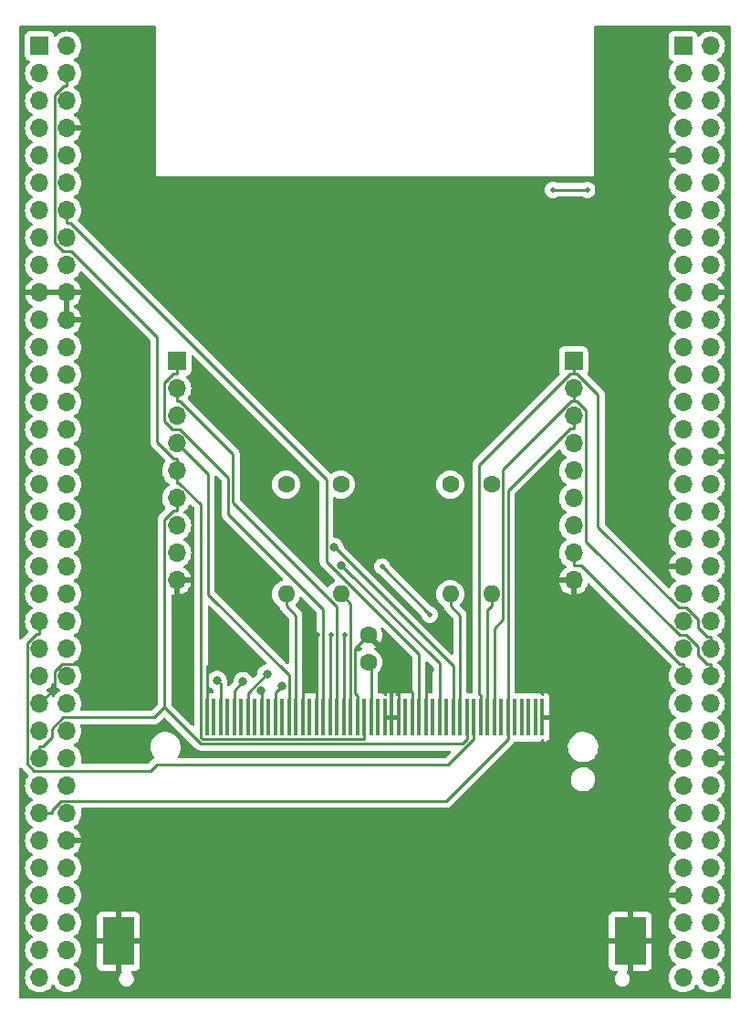
<source format=gbr>
G04 #@! TF.GenerationSoftware,KiCad,Pcbnew,7.0.1-3b83917a11~172~ubuntu22.04.1*
G04 #@! TF.CreationDate,2023-04-09T22:51:02+09:00*
G04 #@! TF.ProjectId,Akashi-14,416b6173-6869-42d3-9134-2e6b69636164,rev?*
G04 #@! TF.SameCoordinates,Original*
G04 #@! TF.FileFunction,Copper,L1,Top*
G04 #@! TF.FilePolarity,Positive*
%FSLAX46Y46*%
G04 Gerber Fmt 4.6, Leading zero omitted, Abs format (unit mm)*
G04 Created by KiCad (PCBNEW 7.0.1-3b83917a11~172~ubuntu22.04.1) date 2023-04-09 22:51:02*
%MOMM*%
%LPD*%
G01*
G04 APERTURE LIST*
G04 #@! TA.AperFunction,SMDPad,CuDef*
%ADD10R,0.406400X3.505200*%
G04 #@! TD*
G04 #@! TA.AperFunction,SMDPad,CuDef*
%ADD11R,2.997200X4.495800*%
G04 #@! TD*
G04 #@! TA.AperFunction,ComponentPad*
%ADD12R,1.700000X1.700000*%
G04 #@! TD*
G04 #@! TA.AperFunction,ComponentPad*
%ADD13O,1.700000X1.700000*%
G04 #@! TD*
G04 #@! TA.AperFunction,ComponentPad*
%ADD14C,1.600000*%
G04 #@! TD*
G04 #@! TA.AperFunction,ComponentPad*
%ADD15O,1.600000X1.600000*%
G04 #@! TD*
G04 #@! TA.AperFunction,ViaPad*
%ADD16C,0.500000*%
G04 #@! TD*
G04 #@! TA.AperFunction,ViaPad*
%ADD17C,0.800000*%
G04 #@! TD*
G04 #@! TA.AperFunction,Conductor*
%ADD18C,0.250000*%
G04 #@! TD*
G04 APERTURE END LIST*
D10*
X115823100Y-128270100D03*
X117093100Y-128270100D03*
X118363100Y-128270100D03*
X119633100Y-128270100D03*
X120903100Y-128270100D03*
X122173100Y-128270100D03*
X123443100Y-128270100D03*
X124713100Y-128270100D03*
X125983100Y-128270100D03*
X127253100Y-128270100D03*
X128523100Y-128270100D03*
X129793100Y-128270100D03*
X131063100Y-128270100D03*
X132333100Y-128270100D03*
X133603100Y-128270100D03*
X134873100Y-128270100D03*
X136143100Y-128270100D03*
X137413100Y-128270100D03*
X138683100Y-128270100D03*
X139953100Y-128270100D03*
X141223100Y-128270100D03*
X142493100Y-128270100D03*
X143763100Y-128270100D03*
X145033100Y-128270100D03*
X146303100Y-128270100D03*
X116458100Y-128270100D03*
X117728100Y-128270100D03*
X118998100Y-128270100D03*
X120268100Y-128270100D03*
X121538100Y-128270100D03*
X122808100Y-128270100D03*
X124078100Y-128270100D03*
X125348100Y-128270100D03*
X126618100Y-128270100D03*
X127888100Y-128270100D03*
X129158100Y-128270100D03*
X130428100Y-128270100D03*
X131698100Y-128270100D03*
X132968100Y-128270100D03*
X134238100Y-128270100D03*
X135508100Y-128270100D03*
X136778100Y-128270100D03*
X138048100Y-128270100D03*
X139318100Y-128270100D03*
X140588100Y-128270100D03*
X141858100Y-128270100D03*
X143128100Y-128270100D03*
X144398100Y-128270100D03*
X145668100Y-128270100D03*
X146938100Y-128270100D03*
D11*
X107631600Y-149021900D03*
X155129600Y-149021900D03*
D12*
X113030000Y-95250000D03*
D13*
X113030000Y-97790000D03*
X113030000Y-100330000D03*
X113030000Y-102870000D03*
X113030000Y-105410000D03*
X113030000Y-107950000D03*
X113030000Y-110490000D03*
X113030000Y-113030000D03*
X113030000Y-115570000D03*
D14*
X138430000Y-106680000D03*
D15*
X138430000Y-116840000D03*
D14*
X142240000Y-106680000D03*
D15*
X142240000Y-116840000D03*
D14*
X130810000Y-123150000D03*
X130810000Y-120650000D03*
X123190000Y-106680000D03*
D15*
X123190000Y-116840000D03*
D14*
X128270000Y-106680000D03*
D15*
X128270000Y-116840000D03*
D12*
X149860000Y-95250000D03*
D13*
X149860000Y-97790000D03*
X149860000Y-100330000D03*
X149860000Y-102870000D03*
X149860000Y-105410000D03*
X149860000Y-107950000D03*
X149860000Y-110490000D03*
X149860000Y-113030000D03*
X149860000Y-115570000D03*
D12*
X160020000Y-66040000D03*
D13*
X162560000Y-66040000D03*
X160020000Y-68580000D03*
X162560000Y-68580000D03*
X160020000Y-71120000D03*
X162560000Y-71120000D03*
X160020000Y-73660000D03*
X162560000Y-73660000D03*
X160020000Y-76200000D03*
X162560000Y-76200000D03*
X160020000Y-78740000D03*
X162560000Y-78740000D03*
X160020000Y-81280000D03*
X162560000Y-81280000D03*
X160020000Y-83820000D03*
X162560000Y-83820000D03*
X160020000Y-86360000D03*
X162560000Y-86360000D03*
X160020000Y-88900000D03*
X162560000Y-88900000D03*
X160020000Y-91440000D03*
X162560000Y-91440000D03*
X160020000Y-93980000D03*
X162560000Y-93980000D03*
X160020000Y-96520000D03*
X162560000Y-96520000D03*
X160020000Y-99060000D03*
X162560000Y-99060000D03*
X160020000Y-101600000D03*
X162560000Y-101600000D03*
X160020000Y-104140000D03*
X162560000Y-104140000D03*
X160020000Y-106680000D03*
X162560000Y-106680000D03*
X160020000Y-109220000D03*
X162560000Y-109220000D03*
X160020000Y-111760000D03*
X162560000Y-111760000D03*
X160020000Y-114300000D03*
X162560000Y-114300000D03*
X160020000Y-116840000D03*
X162560000Y-116840000D03*
X160020000Y-119380000D03*
X162560000Y-119380000D03*
X160020000Y-121920000D03*
X162560000Y-121920000D03*
X160020000Y-124460000D03*
X162560000Y-124460000D03*
X160020000Y-127000000D03*
X162560000Y-127000000D03*
X160020000Y-129540000D03*
X162560000Y-129540000D03*
X160020000Y-132080000D03*
X162560000Y-132080000D03*
X160020000Y-134620000D03*
X162560000Y-134620000D03*
X160020000Y-137160000D03*
X162560000Y-137160000D03*
X160020000Y-139700000D03*
X162560000Y-139700000D03*
X160020000Y-142240000D03*
X162560000Y-142240000D03*
X160020000Y-144780000D03*
X162560000Y-144780000D03*
X160020000Y-147320000D03*
X162560000Y-147320000D03*
X160020000Y-149860000D03*
X162560000Y-149860000D03*
X160020000Y-152400000D03*
X162560000Y-152400000D03*
D12*
X100310000Y-66040000D03*
D13*
X102850000Y-66040000D03*
X100310000Y-68580000D03*
X102850000Y-68580000D03*
X100310000Y-71120000D03*
X102850000Y-71120000D03*
X100310000Y-73660000D03*
X102850000Y-73660000D03*
X100310000Y-76200000D03*
X102850000Y-76200000D03*
X100310000Y-78740000D03*
X102850000Y-78740000D03*
X100310000Y-81280000D03*
X102850000Y-81280000D03*
X100310000Y-83820000D03*
X102850000Y-83820000D03*
X100310000Y-86360000D03*
X102850000Y-86360000D03*
X100310000Y-88900000D03*
X102850000Y-88900000D03*
X100310000Y-91440000D03*
X102850000Y-91440000D03*
X100310000Y-93980000D03*
X102850000Y-93980000D03*
X100310000Y-96520000D03*
X102850000Y-96520000D03*
X100310000Y-99060000D03*
X102850000Y-99060000D03*
X100310000Y-101600000D03*
X102850000Y-101600000D03*
X100310000Y-104140000D03*
X102850000Y-104140000D03*
X100310000Y-106680000D03*
X102850000Y-106680000D03*
X100310000Y-109220000D03*
X102850000Y-109220000D03*
X100310000Y-111760000D03*
X102850000Y-111760000D03*
X100310000Y-114300000D03*
X102850000Y-114300000D03*
X100310000Y-116840000D03*
X102850000Y-116840000D03*
X100310000Y-119380000D03*
X102850000Y-119380000D03*
X100310000Y-121920000D03*
X102850000Y-121920000D03*
X100310000Y-124460000D03*
X102850000Y-124460000D03*
X100310000Y-127000000D03*
X102850000Y-127000000D03*
X100310000Y-129540000D03*
X102850000Y-129540000D03*
X100310000Y-132080000D03*
X102850000Y-132080000D03*
X100310000Y-134620000D03*
X102850000Y-134620000D03*
X100310000Y-137160000D03*
X102850000Y-137160000D03*
X100310000Y-139700000D03*
X102850000Y-139700000D03*
X100310000Y-142240000D03*
X102850000Y-142240000D03*
X100310000Y-144780000D03*
X102850000Y-144780000D03*
X100310000Y-147320000D03*
X102850000Y-147320000D03*
X100310000Y-149860000D03*
X102850000Y-149860000D03*
X100310000Y-152400000D03*
X102850000Y-152400000D03*
D16*
X106680000Y-127000000D03*
X127361200Y-120650000D03*
X126091200Y-120650000D03*
X157480000Y-122555000D03*
D17*
X136525000Y-123825000D03*
D16*
X113665000Y-123190000D03*
X109220000Y-137160000D03*
X138430000Y-121285000D03*
X119380000Y-123190000D03*
X128631200Y-120650000D03*
X122555000Y-120650000D03*
X116205000Y-123190000D03*
X110490000Y-123190000D03*
D17*
X134007341Y-123847341D03*
D16*
X116840000Y-106680000D03*
X157480000Y-114300000D03*
X109220000Y-132080000D03*
X125095000Y-106045000D03*
X106680000Y-129540000D03*
X127000000Y-104140000D03*
X125095000Y-118110000D03*
X119380000Y-106680000D03*
D17*
X127613900Y-112509400D03*
X128300500Y-114149000D03*
X116786200Y-124841100D03*
X121440400Y-124241500D03*
X119189500Y-124977800D03*
X122768200Y-125404100D03*
X120849400Y-125752100D03*
D16*
X151130000Y-79375000D03*
X147955000Y-79375000D03*
X136525000Y-118745000D03*
X132080000Y-114300000D03*
D18*
X135508100Y-122399100D02*
X135508100Y-128270100D01*
X126936400Y-106212000D02*
X126936400Y-113827400D01*
X102850000Y-81280000D02*
X102850000Y-82407500D01*
X103131900Y-82407500D02*
X126936400Y-106212000D01*
X126936400Y-113827400D02*
X135508100Y-122399100D01*
X102850000Y-82407500D02*
X103131900Y-82407500D01*
X129793100Y-126267500D02*
X129560500Y-126034900D01*
X125983100Y-120758100D02*
X126091200Y-120650000D01*
X128523100Y-120758100D02*
X128631200Y-120650000D01*
X127253100Y-128270100D02*
X127253100Y-120758100D01*
X100310000Y-127000000D02*
X101722600Y-125587400D01*
X101722600Y-125587400D02*
X101722600Y-123993015D01*
X102383015Y-123332600D02*
X103997400Y-123332600D01*
X124713100Y-128270100D02*
X124713100Y-125476900D01*
X129793100Y-128270100D02*
X129793100Y-126267500D01*
X124713100Y-125476900D02*
X125095000Y-125095000D01*
X115823100Y-128270100D02*
X115823100Y-123571900D01*
X129560500Y-126034900D02*
X129560500Y-121899500D01*
X136143100Y-124206900D02*
X136525000Y-123825000D01*
X101722600Y-123993015D02*
X102383015Y-123332600D01*
X133350000Y-125730000D02*
X133985000Y-125730000D01*
X129560500Y-121899500D02*
X130810000Y-120650000D01*
X136143100Y-128270100D02*
X136143100Y-124206900D01*
X134873100Y-128270100D02*
X134873100Y-125983100D01*
X115823100Y-123571900D02*
X116205000Y-123190000D01*
X133603100Y-125983100D02*
X133350000Y-125730000D01*
X125983100Y-128270100D02*
X125983100Y-120758100D01*
X133603100Y-128270100D02*
X133603100Y-125983100D01*
X128523100Y-128270100D02*
X128523100Y-120758100D01*
X127253100Y-120758100D02*
X127361200Y-120650000D01*
X134873100Y-125983100D02*
X133985000Y-125095000D01*
X103997400Y-123332600D02*
X104775000Y-122555000D01*
X138683100Y-123503000D02*
X138683100Y-128270100D01*
X127689500Y-112509400D02*
X138683100Y-123503000D01*
X127613900Y-112509400D02*
X127689500Y-112509400D01*
X137413100Y-123261600D02*
X128300500Y-114149000D01*
X137413100Y-128270100D02*
X137413100Y-123261600D01*
X117093100Y-125148000D02*
X117093100Y-128270100D01*
X116786200Y-124841100D02*
X117093100Y-125148000D01*
X143763100Y-128270100D02*
X143763100Y-130300200D01*
X102283000Y-136032500D02*
X138030800Y-136032500D01*
X100310000Y-137160000D02*
X101437500Y-137160000D01*
X149860000Y-100330000D02*
X149860000Y-101457500D01*
X149578100Y-101457500D02*
X143763100Y-107272500D01*
X101437500Y-136878000D02*
X102283000Y-136032500D01*
X143763100Y-107272500D02*
X143763100Y-128270100D01*
X101437500Y-137160000D02*
X101437500Y-136878000D01*
X149860000Y-101457500D02*
X149578100Y-101457500D01*
X138030800Y-136032500D02*
X143763100Y-130300200D01*
X113030000Y-95250000D02*
X113030000Y-96377500D01*
X113362100Y-101600000D02*
X117847700Y-106085600D01*
X113030000Y-96377500D02*
X112748100Y-96377500D01*
X111878700Y-100833000D02*
X112645700Y-101600000D01*
X117847700Y-106085600D02*
X117847700Y-109446800D01*
X112748100Y-96377500D02*
X111878700Y-97246900D01*
X112645700Y-101600000D02*
X113362100Y-101600000D01*
X111878700Y-97246900D02*
X111878700Y-100833000D01*
X126618100Y-118217200D02*
X126618100Y-128270100D01*
X117847700Y-109446800D02*
X126618100Y-118217200D01*
X113030000Y-98917500D02*
X113311900Y-98917500D01*
X118250300Y-108344300D02*
X127888100Y-117982100D01*
X113311900Y-98917500D02*
X118250300Y-103855900D01*
X118250300Y-103855900D02*
X118250300Y-108344300D01*
X113030000Y-97790000D02*
X113030000Y-98917500D01*
X127888100Y-117982100D02*
X127888100Y-128270100D01*
X99155900Y-132564500D02*
X99799000Y-133207600D01*
X100028100Y-120507500D02*
X99155900Y-121379700D01*
X140588100Y-128270100D02*
X140588100Y-130300200D01*
X111175900Y-132663300D02*
X138225000Y-132663300D01*
X138225000Y-132663300D02*
X140588100Y-130300200D01*
X100310000Y-120507500D02*
X100028100Y-120507500D01*
X100310000Y-119380000D02*
X100310000Y-120507500D01*
X110631600Y-133207600D02*
X111175900Y-132663300D01*
X99799000Y-133207600D02*
X110631600Y-133207600D01*
X99155900Y-121379700D02*
X99155900Y-132564500D01*
X101437500Y-130107000D02*
X101437500Y-129356600D01*
X113030000Y-107950000D02*
X113030000Y-109077500D01*
X100592000Y-130952500D02*
X101437500Y-130107000D01*
X100310000Y-132080000D02*
X100310000Y-130952500D01*
X111902500Y-109923000D02*
X112748000Y-109077500D01*
X139953100Y-130300200D02*
X139541100Y-130712200D01*
X115273500Y-130712200D02*
X111902500Y-127341200D01*
X139953100Y-128270100D02*
X139953100Y-130300200D01*
X101437500Y-129356600D02*
X102524100Y-128270000D01*
X112748000Y-109077500D02*
X113030000Y-109077500D01*
X139541100Y-130712200D02*
X115273500Y-130712200D01*
X100310000Y-130952500D02*
X100592000Y-130952500D01*
X110973700Y-128270000D02*
X111902500Y-127341200D01*
X111902500Y-127341200D02*
X111902500Y-109923000D01*
X102524100Y-128270000D02*
X110973700Y-128270000D01*
X121440400Y-124241500D02*
X121401900Y-124241500D01*
X121401900Y-124241500D02*
X119633100Y-126010300D01*
X119633100Y-126010300D02*
X119633100Y-128270100D01*
X118363100Y-125804200D02*
X118363100Y-128270100D01*
X119189500Y-124977800D02*
X118363100Y-125804200D01*
X150141900Y-96377500D02*
X149860000Y-96377500D01*
X141223100Y-128270100D02*
X141223100Y-126240000D01*
X141112100Y-126129000D02*
X141112100Y-104844100D01*
X161432500Y-119196600D02*
X160345900Y-118110000D01*
X152134600Y-110625500D02*
X152134600Y-98370200D01*
X162560000Y-120792500D02*
X162278000Y-120792500D01*
X162278000Y-120792500D02*
X161432500Y-119947000D01*
X160345900Y-118110000D02*
X159619100Y-118110000D01*
X141223100Y-126240000D02*
X141112100Y-126129000D01*
X161432500Y-119947000D02*
X161432500Y-119196600D01*
X149578700Y-96377500D02*
X149860000Y-96377500D01*
X152134600Y-98370200D02*
X150141900Y-96377500D01*
X162560000Y-121920000D02*
X162560000Y-120792500D01*
X149860000Y-95250000D02*
X149860000Y-96377500D01*
X159619100Y-118110000D02*
X152134600Y-110625500D01*
X141112100Y-104844100D02*
X149578700Y-96377500D01*
X150563000Y-114157500D02*
X149860000Y-114157500D01*
X122173100Y-125999200D02*
X122173100Y-128270100D01*
X149860000Y-113030000D02*
X149860000Y-114157500D01*
X122768200Y-125404100D02*
X122173100Y-125999200D01*
X160020000Y-124460000D02*
X160020000Y-123332500D01*
X159738000Y-123332500D02*
X150563000Y-114157500D01*
X160020000Y-123332500D02*
X159738000Y-123332500D01*
X162560000Y-123332500D02*
X162278000Y-123332500D01*
X150987500Y-111955700D02*
X150987500Y-99763000D01*
X142493100Y-128270100D02*
X142493100Y-119996000D01*
X159681800Y-120650000D02*
X150987500Y-111955700D01*
X161432500Y-122487000D02*
X161432500Y-121736600D01*
X150142000Y-98917500D02*
X149860000Y-98917500D01*
X150987500Y-99763000D02*
X150142000Y-98917500D01*
X142493100Y-119996000D02*
X143317600Y-119171500D01*
X143317600Y-105264900D02*
X149665000Y-98917500D01*
X149665000Y-98917500D02*
X149860000Y-98917500D01*
X161432500Y-121736600D02*
X160345900Y-120650000D01*
X149860000Y-97790000D02*
X149860000Y-98917500D01*
X162560000Y-124460000D02*
X162560000Y-123332500D01*
X160345900Y-120650000D02*
X159681800Y-120650000D01*
X162278000Y-123332500D02*
X161432500Y-122487000D01*
X143317600Y-119171500D02*
X143317600Y-105264900D01*
X123445700Y-126237400D02*
X123445700Y-124384200D01*
X115923500Y-116862000D02*
X115923500Y-105763500D01*
X123445700Y-124384200D02*
X115923500Y-116862000D01*
X123443100Y-128270100D02*
X123443100Y-126240000D01*
X115923500Y-105763500D02*
X113030000Y-102870000D01*
X123443100Y-126240000D02*
X123445700Y-126237400D01*
X120849400Y-125752100D02*
X120903100Y-125805800D01*
X120903100Y-125805800D02*
X120903100Y-128270100D01*
X113030000Y-105410000D02*
X113030000Y-106537500D01*
X112748100Y-104282500D02*
X113030000Y-104282500D01*
X115296900Y-108555800D02*
X115296900Y-130162000D01*
X102850000Y-69707500D02*
X102568100Y-69707500D01*
X113030000Y-105410000D02*
X113030000Y-104282500D01*
X101722400Y-84288300D02*
X102524100Y-85090000D01*
X111224100Y-102758500D02*
X112748100Y-104282500D01*
X102850000Y-68580000D02*
X102850000Y-69707500D01*
X101722400Y-70553200D02*
X101722400Y-84288300D01*
X113030000Y-106537500D02*
X113278600Y-106537500D01*
X113278600Y-106537500D02*
X115296900Y-108555800D01*
X102524100Y-85090000D02*
X103250800Y-85090000D01*
X111224100Y-93063300D02*
X111224100Y-102758500D01*
X115435100Y-130300200D02*
X130428100Y-130300200D01*
X115296900Y-130162000D02*
X115435100Y-130300200D01*
X103250800Y-85090000D02*
X111224100Y-93063300D01*
X102568100Y-69707500D02*
X101722400Y-70553200D01*
X130428100Y-128270100D02*
X130428100Y-130300200D01*
X130810000Y-123150000D02*
X131063100Y-123403100D01*
X147955000Y-79375000D02*
X151130000Y-79375000D01*
X136525000Y-118745000D02*
X132080000Y-114300000D01*
X131063100Y-123403100D02*
X131063100Y-128270100D01*
X123190000Y-116840000D02*
X123190000Y-117917500D01*
X124078100Y-118805600D02*
X123190000Y-117917500D01*
X124078100Y-126240000D02*
X124078100Y-118805600D01*
X124078100Y-128270100D02*
X124078100Y-126240000D01*
X129158100Y-117728100D02*
X128270000Y-116840000D01*
X129158100Y-128270100D02*
X129158100Y-117728100D01*
X138430000Y-116840000D02*
X138430000Y-117917500D01*
X139318100Y-128270100D02*
X139318100Y-118805600D01*
X139318100Y-118805600D02*
X138430000Y-117917500D01*
X142240000Y-116840000D02*
X142240000Y-117917500D01*
X141858100Y-118299400D02*
X142240000Y-117917500D01*
X141858100Y-128270100D02*
X141858100Y-118299400D01*
G04 #@! TA.AperFunction,Conductor*
G36*
X111063000Y-64151613D02*
G01*
X111108387Y-64197000D01*
X111125000Y-64259000D01*
X111125000Y-78105000D01*
X151765000Y-78105000D01*
X151765000Y-64259000D01*
X151781613Y-64197000D01*
X151827000Y-64151613D01*
X151889000Y-64135000D01*
X164341000Y-64135000D01*
X164403000Y-64151613D01*
X164448387Y-64197000D01*
X164465000Y-64259000D01*
X164465000Y-154181000D01*
X164448387Y-154243000D01*
X164403000Y-154288387D01*
X164341000Y-154305000D01*
X98549000Y-154305000D01*
X98487000Y-154288387D01*
X98441613Y-154243000D01*
X98425000Y-154181000D01*
X98425000Y-133010663D01*
X98441483Y-132948888D01*
X98486551Y-132903536D01*
X98548221Y-132886665D01*
X98610099Y-132902761D01*
X98655732Y-132947543D01*
X98657727Y-132950916D01*
X98657728Y-132950917D01*
X98657730Y-132950920D01*
X98671895Y-132965085D01*
X98684527Y-132979875D01*
X98696306Y-132996087D01*
X98729958Y-133023926D01*
X98738599Y-133031789D01*
X99275775Y-133568965D01*
X99307868Y-133624551D01*
X99307870Y-133688736D01*
X99275779Y-133744324D01*
X99271504Y-133748599D01*
X99135965Y-133942170D01*
X99036097Y-134156336D01*
X98974936Y-134384592D01*
X98954340Y-134619999D01*
X98974936Y-134855407D01*
X99003695Y-134962736D01*
X99036097Y-135083663D01*
X99135965Y-135297830D01*
X99271505Y-135491401D01*
X99438599Y-135658495D01*
X99624160Y-135788426D01*
X99663024Y-135832743D01*
X99677035Y-135890000D01*
X99663024Y-135947257D01*
X99624158Y-135991575D01*
X99468388Y-136100647D01*
X99438595Y-136121508D01*
X99271505Y-136288598D01*
X99135965Y-136482170D01*
X99036097Y-136696336D01*
X98974936Y-136924592D01*
X98954340Y-137160000D01*
X98974936Y-137395407D01*
X99019709Y-137562501D01*
X99036097Y-137623663D01*
X99135965Y-137837830D01*
X99271505Y-138031401D01*
X99438599Y-138198495D01*
X99624160Y-138328426D01*
X99663024Y-138372743D01*
X99677035Y-138430000D01*
X99663024Y-138487257D01*
X99624159Y-138531575D01*
X99438595Y-138661508D01*
X99271505Y-138828598D01*
X99135965Y-139022170D01*
X99036097Y-139236336D01*
X98974936Y-139464592D01*
X98954340Y-139699999D01*
X98974936Y-139935407D01*
X99019709Y-140102502D01*
X99036097Y-140163663D01*
X99135965Y-140377830D01*
X99271505Y-140571401D01*
X99438599Y-140738495D01*
X99624160Y-140868426D01*
X99663024Y-140912743D01*
X99677035Y-140970000D01*
X99663024Y-141027257D01*
X99624159Y-141071575D01*
X99438595Y-141201508D01*
X99271505Y-141368598D01*
X99135965Y-141562170D01*
X99036097Y-141776336D01*
X98974936Y-142004592D01*
X98954340Y-142240000D01*
X98974936Y-142475407D01*
X99019709Y-142642501D01*
X99036097Y-142703663D01*
X99135965Y-142917830D01*
X99271505Y-143111401D01*
X99438599Y-143278495D01*
X99624160Y-143408426D01*
X99663024Y-143452743D01*
X99677035Y-143510000D01*
X99663024Y-143567257D01*
X99624159Y-143611575D01*
X99438595Y-143741508D01*
X99271505Y-143908598D01*
X99135965Y-144102170D01*
X99036097Y-144316336D01*
X98974936Y-144544592D01*
X98954340Y-144779999D01*
X98974936Y-145015407D01*
X99019709Y-145182502D01*
X99036097Y-145243663D01*
X99135965Y-145457830D01*
X99271505Y-145651401D01*
X99438599Y-145818495D01*
X99624160Y-145948426D01*
X99663024Y-145992743D01*
X99677035Y-146050000D01*
X99663024Y-146107257D01*
X99624158Y-146151575D01*
X99440175Y-146280402D01*
X99438595Y-146281508D01*
X99271505Y-146448598D01*
X99135965Y-146642170D01*
X99036097Y-146856336D01*
X98974936Y-147084592D01*
X98954340Y-147320000D01*
X98974936Y-147555407D01*
X99019709Y-147722501D01*
X99036097Y-147783663D01*
X99135965Y-147997830D01*
X99271505Y-148191401D01*
X99438599Y-148358495D01*
X99624160Y-148488426D01*
X99663024Y-148532743D01*
X99677035Y-148590000D01*
X99663024Y-148647257D01*
X99624159Y-148691575D01*
X99438595Y-148821508D01*
X99271505Y-148988598D01*
X99135965Y-149182170D01*
X99036097Y-149396336D01*
X98974936Y-149624592D01*
X98954340Y-149860000D01*
X98974936Y-150095407D01*
X99019709Y-150262502D01*
X99036097Y-150323663D01*
X99135965Y-150537830D01*
X99271505Y-150731401D01*
X99438599Y-150898495D01*
X99624160Y-151028426D01*
X99663024Y-151072743D01*
X99677035Y-151130000D01*
X99663024Y-151187257D01*
X99624159Y-151231575D01*
X99438595Y-151361508D01*
X99271505Y-151528598D01*
X99135965Y-151722170D01*
X99036097Y-151936336D01*
X98974936Y-152164592D01*
X98954340Y-152400000D01*
X98974936Y-152635407D01*
X99005631Y-152749961D01*
X99036097Y-152863663D01*
X99135965Y-153077830D01*
X99271505Y-153271401D01*
X99438599Y-153438495D01*
X99632170Y-153574035D01*
X99846337Y-153673903D01*
X100074591Y-153735062D01*
X100074592Y-153735063D01*
X100309999Y-153755659D01*
X100309999Y-153755658D01*
X100310000Y-153755659D01*
X100545408Y-153735063D01*
X100773663Y-153673903D01*
X100987830Y-153574035D01*
X101181401Y-153438495D01*
X101348495Y-153271401D01*
X101478426Y-153085839D01*
X101522743Y-153046975D01*
X101580000Y-153032964D01*
X101637257Y-153046975D01*
X101681573Y-153085839D01*
X101811505Y-153271401D01*
X101978599Y-153438495D01*
X102172170Y-153574035D01*
X102386337Y-153673903D01*
X102614591Y-153735062D01*
X102614592Y-153735063D01*
X102849999Y-153755659D01*
X102849999Y-153755658D01*
X102850000Y-153755659D01*
X103085408Y-153735063D01*
X103313663Y-153673903D01*
X103527830Y-153574035D01*
X103721401Y-153438495D01*
X103888495Y-153271401D01*
X104024035Y-153077830D01*
X104123903Y-152863663D01*
X104185063Y-152635408D01*
X104189378Y-152586088D01*
X107685900Y-152586088D01*
X107726289Y-152749962D01*
X107804725Y-152899405D01*
X107916643Y-153025735D01*
X108055544Y-153121612D01*
X108115392Y-153144309D01*
X108213354Y-153181461D01*
X108338857Y-153196700D01*
X108422942Y-153196700D01*
X108422943Y-153196700D01*
X108548446Y-153181461D01*
X108706255Y-153121612D01*
X108845155Y-153025736D01*
X108957075Y-152899405D01*
X109008512Y-152801399D01*
X109035510Y-152749962D01*
X109075900Y-152586088D01*
X109075900Y-152417312D01*
X109035510Y-152253437D01*
X108957076Y-152103996D01*
X108939553Y-152084217D01*
X108845155Y-151977664D01*
X108845153Y-151977662D01*
X108843705Y-151976028D01*
X108816876Y-151926376D01*
X108814830Y-151869977D01*
X108837992Y-151818512D01*
X108881564Y-151782643D01*
X108936520Y-151769800D01*
X109178024Y-151769800D01*
X109237575Y-151763397D01*
X109372289Y-151713152D01*
X109487388Y-151626988D01*
X109573552Y-151511889D01*
X109623797Y-151377175D01*
X109630200Y-151317624D01*
X109630200Y-149271900D01*
X153131000Y-149271900D01*
X153131000Y-151317624D01*
X153137402Y-151377175D01*
X153187647Y-151511889D01*
X153273811Y-151626988D01*
X153388910Y-151713152D01*
X153523624Y-151763397D01*
X153583176Y-151769800D01*
X153824680Y-151769800D01*
X153879636Y-151782643D01*
X153923208Y-151818512D01*
X153946370Y-151869977D01*
X153944324Y-151926376D01*
X153917495Y-151976028D01*
X153916046Y-151977662D01*
X153916045Y-151977664D01*
X153876792Y-152021970D01*
X153804123Y-152103996D01*
X153725689Y-152253437D01*
X153685300Y-152417312D01*
X153685300Y-152586088D01*
X153725689Y-152749962D01*
X153804125Y-152899405D01*
X153916043Y-153025735D01*
X154054944Y-153121612D01*
X154114792Y-153144309D01*
X154212754Y-153181461D01*
X154338257Y-153196700D01*
X154422342Y-153196700D01*
X154422343Y-153196700D01*
X154547846Y-153181461D01*
X154705655Y-153121612D01*
X154844555Y-153025736D01*
X154956475Y-152899405D01*
X155007912Y-152801399D01*
X155034910Y-152749962D01*
X155075300Y-152586088D01*
X155075300Y-152417312D01*
X155034910Y-152253437D01*
X154980915Y-152150561D01*
X154956475Y-152103995D01*
X154946791Y-152093064D01*
X154840776Y-151973397D01*
X154812621Y-151918414D01*
X154814487Y-151856670D01*
X154845910Y-151803488D01*
X154879600Y-151769798D01*
X154879600Y-149271900D01*
X155379600Y-149271900D01*
X155379600Y-151769800D01*
X156676024Y-151769800D01*
X156735575Y-151763397D01*
X156870289Y-151713152D01*
X156985388Y-151626988D01*
X157071552Y-151511889D01*
X157121797Y-151377175D01*
X157128200Y-151317624D01*
X157128200Y-149271900D01*
X155379600Y-149271900D01*
X154879600Y-149271900D01*
X153131000Y-149271900D01*
X109630200Y-149271900D01*
X107881600Y-149271900D01*
X107881600Y-151769800D01*
X107915289Y-151803489D01*
X107946712Y-151856671D01*
X107948578Y-151918414D01*
X107920424Y-151973397D01*
X107804723Y-152103996D01*
X107726289Y-152253437D01*
X107685900Y-152417312D01*
X107685900Y-152586088D01*
X104189378Y-152586088D01*
X104205659Y-152400000D01*
X104185063Y-152164592D01*
X104123903Y-151936337D01*
X104024035Y-151722171D01*
X103888495Y-151528599D01*
X103721401Y-151361505D01*
X103535839Y-151231573D01*
X103496975Y-151187257D01*
X103482964Y-151130000D01*
X103496975Y-151072743D01*
X103535839Y-151028426D01*
X103721401Y-150898495D01*
X103888495Y-150731401D01*
X104024035Y-150537830D01*
X104123903Y-150323663D01*
X104185063Y-150095408D01*
X104205659Y-149860000D01*
X104185063Y-149624592D01*
X104123903Y-149396337D01*
X104065877Y-149271900D01*
X105633000Y-149271900D01*
X105633000Y-151317624D01*
X105639402Y-151377175D01*
X105689647Y-151511889D01*
X105775811Y-151626988D01*
X105890910Y-151713152D01*
X106025624Y-151763397D01*
X106085176Y-151769800D01*
X107381600Y-151769800D01*
X107381600Y-149271900D01*
X105633000Y-149271900D01*
X104065877Y-149271900D01*
X104024035Y-149182171D01*
X103888495Y-148988599D01*
X103721401Y-148821505D01*
X103650558Y-148771900D01*
X105633000Y-148771900D01*
X107381600Y-148771900D01*
X107381600Y-146274000D01*
X107881600Y-146274000D01*
X107881600Y-148771900D01*
X109630200Y-148771900D01*
X153131000Y-148771900D01*
X154879600Y-148771900D01*
X154879600Y-146274000D01*
X155379600Y-146274000D01*
X155379600Y-148771900D01*
X157128200Y-148771900D01*
X157128200Y-146726176D01*
X157121797Y-146666624D01*
X157071552Y-146531910D01*
X156985388Y-146416811D01*
X156870289Y-146330647D01*
X156735575Y-146280402D01*
X156676024Y-146274000D01*
X155379600Y-146274000D01*
X154879600Y-146274000D01*
X153583176Y-146274000D01*
X153523624Y-146280402D01*
X153388910Y-146330647D01*
X153273811Y-146416811D01*
X153187647Y-146531910D01*
X153137402Y-146666624D01*
X153131000Y-146726176D01*
X153131000Y-148771900D01*
X109630200Y-148771900D01*
X109630200Y-146726176D01*
X109623797Y-146666624D01*
X109573552Y-146531910D01*
X109487388Y-146416811D01*
X109372289Y-146330647D01*
X109237575Y-146280402D01*
X109178024Y-146274000D01*
X107881600Y-146274000D01*
X107381600Y-146274000D01*
X106085176Y-146274000D01*
X106025624Y-146280402D01*
X105890910Y-146330647D01*
X105775811Y-146416811D01*
X105689647Y-146531910D01*
X105639402Y-146666624D01*
X105633000Y-146726176D01*
X105633000Y-148771900D01*
X103650558Y-148771900D01*
X103535839Y-148691573D01*
X103496975Y-148647257D01*
X103482964Y-148590000D01*
X103496975Y-148532743D01*
X103535839Y-148488426D01*
X103721401Y-148358495D01*
X103888495Y-148191401D01*
X104024035Y-147997830D01*
X104123903Y-147783663D01*
X104185063Y-147555408D01*
X104205659Y-147320000D01*
X104185063Y-147084592D01*
X104123903Y-146856337D01*
X104024035Y-146642171D01*
X103888495Y-146448599D01*
X103721401Y-146281505D01*
X103535839Y-146151573D01*
X103496976Y-146107257D01*
X103482965Y-146050000D01*
X103496976Y-145992743D01*
X103535839Y-145948426D01*
X103721401Y-145818495D01*
X103888495Y-145651401D01*
X104024035Y-145457830D01*
X104123903Y-145243663D01*
X104185063Y-145015408D01*
X104205659Y-144780000D01*
X104185063Y-144544592D01*
X104123903Y-144316337D01*
X104024035Y-144102171D01*
X103888495Y-143908599D01*
X103721401Y-143741505D01*
X103535839Y-143611573D01*
X103496975Y-143567257D01*
X103482964Y-143510000D01*
X103496975Y-143452743D01*
X103535839Y-143408426D01*
X103721401Y-143278495D01*
X103888495Y-143111401D01*
X104024035Y-142917830D01*
X104123903Y-142703663D01*
X104185063Y-142475408D01*
X104205659Y-142240000D01*
X104185063Y-142004592D01*
X104123903Y-141776337D01*
X104024035Y-141562171D01*
X103888495Y-141368599D01*
X103721401Y-141201505D01*
X103535402Y-141071267D01*
X103496539Y-141026951D01*
X103482528Y-140969694D01*
X103496539Y-140912437D01*
X103535405Y-140868119D01*
X103721078Y-140738109D01*
X103888106Y-140571081D01*
X104023600Y-140377576D01*
X104123430Y-140163492D01*
X104180636Y-139950000D01*
X102724000Y-139950000D01*
X102662000Y-139933387D01*
X102616613Y-139888000D01*
X102600000Y-139826000D01*
X102600000Y-139574000D01*
X102616613Y-139512000D01*
X102662000Y-139466613D01*
X102724000Y-139450000D01*
X104180636Y-139450000D01*
X104180635Y-139449999D01*
X104123430Y-139236507D01*
X104023599Y-139022421D01*
X103888109Y-138828921D01*
X103721081Y-138661893D01*
X103535404Y-138531880D01*
X103496539Y-138487562D01*
X103482528Y-138430305D01*
X103496539Y-138373048D01*
X103535402Y-138328732D01*
X103721401Y-138198495D01*
X103888495Y-138031401D01*
X104024035Y-137837830D01*
X104123903Y-137623663D01*
X104185063Y-137395408D01*
X104205659Y-137160000D01*
X104185063Y-136924592D01*
X104185062Y-136924591D01*
X104155456Y-136814093D01*
X104153614Y-136757808D01*
X104176855Y-136706513D01*
X104220387Y-136670788D01*
X104275231Y-136658000D01*
X137948056Y-136658000D01*
X137968562Y-136660264D01*
X137971465Y-136660172D01*
X137971467Y-136660173D01*
X138038672Y-136658061D01*
X138042568Y-136658000D01*
X138070149Y-136658000D01*
X138070150Y-136658000D01*
X138074119Y-136657498D01*
X138085765Y-136656580D01*
X138129427Y-136655209D01*
X138148659Y-136649620D01*
X138167718Y-136645674D01*
X138173996Y-136644881D01*
X138187592Y-136643164D01*
X138228207Y-136627082D01*
X138239244Y-136623303D01*
X138281190Y-136611118D01*
X138298429Y-136600922D01*
X138315902Y-136592362D01*
X138334532Y-136584986D01*
X138369864Y-136559314D01*
X138379630Y-136552900D01*
X138417218Y-136530671D01*
X138417217Y-136530671D01*
X138417220Y-136530670D01*
X138431385Y-136516504D01*
X138446173Y-136503873D01*
X138462387Y-136492094D01*
X138490238Y-136458426D01*
X138498079Y-136449809D01*
X140991247Y-133956641D01*
X149617457Y-133956641D01*
X149618905Y-133987036D01*
X149627696Y-134171590D01*
X149678431Y-134380720D01*
X149767822Y-134576461D01*
X149832353Y-134667081D01*
X149892648Y-134751753D01*
X150048390Y-134900253D01*
X150229422Y-135016595D01*
X150429200Y-135096574D01*
X150640504Y-135137300D01*
X150801767Y-135137300D01*
X150801772Y-135137300D01*
X150962318Y-135121970D01*
X151168794Y-135061343D01*
X151360065Y-134962736D01*
X151529218Y-134829713D01*
X151670139Y-134667081D01*
X151777735Y-134480719D01*
X151848118Y-134277361D01*
X151878743Y-134064359D01*
X151868504Y-133849410D01*
X151817770Y-133640284D01*
X151785200Y-133568965D01*
X151728377Y-133444538D01*
X151620283Y-133292743D01*
X151603552Y-133269247D01*
X151447810Y-133120747D01*
X151266778Y-133004405D01*
X151067000Y-132924426D01*
X151066998Y-132924425D01*
X150855696Y-132883700D01*
X150694428Y-132883700D01*
X150594086Y-132893281D01*
X150533879Y-132899030D01*
X150327407Y-132959656D01*
X150136136Y-133058263D01*
X149966981Y-133191288D01*
X149826059Y-133353920D01*
X149718465Y-133540279D01*
X149648081Y-133743638D01*
X149619537Y-133942171D01*
X149617457Y-133956641D01*
X140991247Y-133956641D01*
X143994486Y-130953403D01*
X149338088Y-130953403D01*
X149348247Y-131192558D01*
X149357742Y-131236614D01*
X149398677Y-131426558D01*
X149487926Y-131648661D01*
X149487928Y-131648665D01*
X149613432Y-131852496D01*
X149768212Y-132028361D01*
X149771579Y-132032186D01*
X149957813Y-132182560D01*
X150166789Y-132299302D01*
X150392489Y-132379047D01*
X150628413Y-132419500D01*
X150628415Y-132419500D01*
X150807833Y-132419500D01*
X150807836Y-132419500D01*
X150915097Y-132410370D01*
X150986608Y-132404284D01*
X151141039Y-132364073D01*
X151218256Y-132343968D01*
X151386315Y-132268000D01*
X151436376Y-132245371D01*
X151634697Y-132111329D01*
X151807512Y-131945700D01*
X151949849Y-131753246D01*
X152057615Y-131539506D01*
X152127708Y-131310628D01*
X152158112Y-131073197D01*
X152147953Y-130834042D01*
X152097523Y-130600044D01*
X152094606Y-130592786D01*
X152021720Y-130411401D01*
X152008272Y-130377935D01*
X151882768Y-130174104D01*
X151724622Y-129994415D01*
X151724620Y-129994413D01*
X151538386Y-129844039D01*
X151329410Y-129727297D01*
X151103710Y-129647552D01*
X150867787Y-129607100D01*
X150867785Y-129607100D01*
X150688367Y-129607100D01*
X150688364Y-129607100D01*
X150509593Y-129622315D01*
X150277943Y-129682631D01*
X150059824Y-129781228D01*
X149861503Y-129915270D01*
X149688687Y-130080899D01*
X149546351Y-130273353D01*
X149438585Y-130487093D01*
X149368889Y-130714674D01*
X149368492Y-130715972D01*
X149338088Y-130953403D01*
X143994486Y-130953403D01*
X144146889Y-130801000D01*
X144162985Y-130788106D01*
X144164973Y-130785987D01*
X144164977Y-130785986D01*
X144211048Y-130736923D01*
X144213666Y-130734223D01*
X144233220Y-130714671D01*
X144235681Y-130711498D01*
X144243256Y-130702627D01*
X144273162Y-130670782D01*
X144282817Y-130653218D01*
X144293494Y-130636964D01*
X144305773Y-130621136D01*
X144315804Y-130597953D01*
X144342847Y-130558605D01*
X144382753Y-130532391D01*
X144429606Y-130523199D01*
X144649168Y-130523199D01*
X144649172Y-130523199D01*
X144702354Y-130517482D01*
X144728853Y-130517482D01*
X144782027Y-130523200D01*
X145284172Y-130523199D01*
X145337354Y-130517482D01*
X145363853Y-130517482D01*
X145417027Y-130523200D01*
X145919172Y-130523199D01*
X145972354Y-130517482D01*
X145998853Y-130517482D01*
X146052027Y-130523200D01*
X146554172Y-130523199D01*
X146609699Y-130517230D01*
X146636200Y-130517231D01*
X146687068Y-130522700D01*
X146734900Y-130522700D01*
X146739895Y-130517704D01*
X146748016Y-130483339D01*
X146784590Y-130439577D01*
X146861273Y-130382172D01*
X146863846Y-130380246D01*
X146918034Y-130307860D01*
X146965789Y-130269378D01*
X147026146Y-130258488D01*
X147084340Y-130277857D01*
X147126132Y-130322745D01*
X147141300Y-130382172D01*
X147141300Y-130522700D01*
X147189124Y-130522700D01*
X147248675Y-130516297D01*
X147383389Y-130466052D01*
X147498488Y-130379888D01*
X147584652Y-130264789D01*
X147634897Y-130130075D01*
X147641300Y-130070524D01*
X147641300Y-128473300D01*
X147130800Y-128473300D01*
X147068800Y-128456687D01*
X147023413Y-128411300D01*
X147006800Y-128349301D01*
X147006799Y-128190901D01*
X147023412Y-128128900D01*
X147068799Y-128083513D01*
X147130799Y-128066900D01*
X147641300Y-128066900D01*
X147641300Y-126469676D01*
X147634897Y-126410124D01*
X147584652Y-126275410D01*
X147498488Y-126160311D01*
X147383389Y-126074147D01*
X147248675Y-126023902D01*
X147189124Y-126017500D01*
X147141300Y-126017500D01*
X147141300Y-126158028D01*
X147126132Y-126217455D01*
X147084340Y-126262343D01*
X147026146Y-126281712D01*
X146965789Y-126270822D01*
X146918033Y-126232339D01*
X146864113Y-126160311D01*
X146863846Y-126159954D01*
X146863844Y-126159953D01*
X146863844Y-126159952D01*
X146784590Y-126100623D01*
X146748016Y-126056861D01*
X146739895Y-126022495D01*
X146734900Y-126017500D01*
X146687074Y-126017500D01*
X146636197Y-126022969D01*
X146609691Y-126022969D01*
X146554173Y-126017000D01*
X146554169Y-126017000D01*
X146052029Y-126017000D01*
X145998854Y-126022717D01*
X145972347Y-126022717D01*
X145919173Y-126017000D01*
X145919169Y-126017000D01*
X145417029Y-126017000D01*
X145363854Y-126022717D01*
X145337347Y-126022717D01*
X145284173Y-126017000D01*
X145284169Y-126017000D01*
X144782029Y-126017000D01*
X144728854Y-126022717D01*
X144702347Y-126022717D01*
X144649173Y-126017000D01*
X144649169Y-126017000D01*
X144649164Y-126017000D01*
X144512599Y-126017000D01*
X144450600Y-126000388D01*
X144405213Y-125955001D01*
X144388600Y-125893001D01*
X144388600Y-115820000D01*
X148529364Y-115820000D01*
X148586569Y-116033492D01*
X148686399Y-116247576D01*
X148821893Y-116441081D01*
X148988918Y-116608106D01*
X149182423Y-116743600D01*
X149396507Y-116843430D01*
X149609999Y-116900635D01*
X149610000Y-116900636D01*
X149610000Y-115820000D01*
X148529364Y-115820000D01*
X144388600Y-115820000D01*
X144388600Y-107582952D01*
X144398039Y-107535499D01*
X144424919Y-107495271D01*
X145397738Y-106522452D01*
X148461013Y-103459175D01*
X148511404Y-103428597D01*
X148570223Y-103424742D01*
X148624177Y-103448481D01*
X148661073Y-103494452D01*
X148685962Y-103547824D01*
X148685965Y-103547830D01*
X148821505Y-103741401D01*
X148988599Y-103908495D01*
X149174160Y-104038426D01*
X149213024Y-104082743D01*
X149227035Y-104140000D01*
X149213024Y-104197257D01*
X149174158Y-104241575D01*
X149015059Y-104352978D01*
X148988595Y-104371508D01*
X148821505Y-104538598D01*
X148685965Y-104732170D01*
X148586097Y-104946336D01*
X148524936Y-105174592D01*
X148504340Y-105409999D01*
X148524936Y-105645407D01*
X148568662Y-105808595D01*
X148586097Y-105873663D01*
X148685965Y-106087830D01*
X148821505Y-106281401D01*
X148988599Y-106448495D01*
X149174160Y-106578426D01*
X149213024Y-106622743D01*
X149227035Y-106680000D01*
X149213024Y-106737257D01*
X149174159Y-106781575D01*
X148988595Y-106911508D01*
X148821505Y-107078598D01*
X148685965Y-107272170D01*
X148586097Y-107486336D01*
X148524936Y-107714592D01*
X148504340Y-107950000D01*
X148524936Y-108185407D01*
X148568663Y-108348598D01*
X148586097Y-108413663D01*
X148685965Y-108627830D01*
X148821505Y-108821401D01*
X148988599Y-108988495D01*
X149174160Y-109118426D01*
X149213024Y-109162743D01*
X149227035Y-109220000D01*
X149213024Y-109277257D01*
X149174158Y-109321575D01*
X149016630Y-109431878D01*
X148988595Y-109451508D01*
X148821505Y-109618598D01*
X148685965Y-109812170D01*
X148586097Y-110026336D01*
X148524936Y-110254592D01*
X148504340Y-110489999D01*
X148524936Y-110725407D01*
X148568663Y-110888598D01*
X148586097Y-110953663D01*
X148685965Y-111167830D01*
X148821505Y-111361401D01*
X148988599Y-111528495D01*
X149174160Y-111658426D01*
X149213024Y-111702743D01*
X149227035Y-111760000D01*
X149213024Y-111817257D01*
X149174159Y-111861575D01*
X148988595Y-111991508D01*
X148821505Y-112158598D01*
X148685965Y-112352170D01*
X148586097Y-112566336D01*
X148524936Y-112794592D01*
X148504340Y-113030000D01*
X148524936Y-113265407D01*
X148563653Y-113409900D01*
X148586097Y-113493663D01*
X148685965Y-113707830D01*
X148821505Y-113901401D01*
X148988599Y-114068495D01*
X149128506Y-114166459D01*
X149174595Y-114198731D01*
X149213460Y-114243049D01*
X149227471Y-114300306D01*
X149213460Y-114357563D01*
X149174595Y-114401881D01*
X148988918Y-114531893D01*
X148821890Y-114698921D01*
X148686400Y-114892421D01*
X148586569Y-115106507D01*
X148529364Y-115319999D01*
X148529364Y-115320000D01*
X149986000Y-115320000D01*
X150048000Y-115336613D01*
X150093387Y-115382000D01*
X150110000Y-115444000D01*
X150110000Y-116900635D01*
X150323492Y-116843430D01*
X150537576Y-116743600D01*
X150731081Y-116608106D01*
X150898106Y-116441081D01*
X151033600Y-116247576D01*
X151133430Y-116033492D01*
X151166804Y-115908938D01*
X151198897Y-115853350D01*
X151254485Y-115821256D01*
X151318672Y-115821256D01*
X151374259Y-115853349D01*
X155174382Y-119653473D01*
X158960647Y-123439738D01*
X158990672Y-123488415D01*
X158995657Y-123545390D01*
X158974541Y-123598542D01*
X158845965Y-123782169D01*
X158746097Y-123996336D01*
X158684936Y-124224592D01*
X158664340Y-124459999D01*
X158684936Y-124695407D01*
X158723975Y-124841101D01*
X158746097Y-124923663D01*
X158845965Y-125137830D01*
X158981505Y-125331401D01*
X159148599Y-125498495D01*
X159334160Y-125628426D01*
X159373024Y-125672743D01*
X159387035Y-125730000D01*
X159373024Y-125787257D01*
X159334159Y-125831575D01*
X159148595Y-125961508D01*
X158981505Y-126128598D01*
X158845965Y-126322170D01*
X158746097Y-126536336D01*
X158684936Y-126764592D01*
X158664340Y-127000000D01*
X158684936Y-127235407D01*
X158729709Y-127402501D01*
X158746097Y-127463663D01*
X158845965Y-127677830D01*
X158981505Y-127871401D01*
X159148599Y-128038495D01*
X159334160Y-128168426D01*
X159373024Y-128212743D01*
X159387035Y-128270000D01*
X159373024Y-128327257D01*
X159334159Y-128371575D01*
X159148595Y-128501508D01*
X158981505Y-128668598D01*
X158845965Y-128862170D01*
X158746097Y-129076336D01*
X158684936Y-129304592D01*
X158664340Y-129540000D01*
X158684936Y-129775407D01*
X158703326Y-129844038D01*
X158746097Y-130003663D01*
X158845965Y-130217830D01*
X158981505Y-130411401D01*
X159148599Y-130578495D01*
X159334160Y-130708426D01*
X159373024Y-130752743D01*
X159387035Y-130810000D01*
X159373024Y-130867257D01*
X159334159Y-130911575D01*
X159148595Y-131041508D01*
X158981505Y-131208598D01*
X158845965Y-131402170D01*
X158746097Y-131616336D01*
X158684936Y-131844592D01*
X158664340Y-132079999D01*
X158684936Y-132315407D01*
X158729653Y-132482292D01*
X158746097Y-132543663D01*
X158845965Y-132757830D01*
X158981505Y-132951401D01*
X159148599Y-133118495D01*
X159334160Y-133248426D01*
X159373024Y-133292743D01*
X159387035Y-133350000D01*
X159373024Y-133407257D01*
X159334159Y-133451575D01*
X159148595Y-133581508D01*
X158981505Y-133748598D01*
X158845965Y-133942170D01*
X158746097Y-134156336D01*
X158684936Y-134384592D01*
X158664340Y-134620000D01*
X158684936Y-134855407D01*
X158713695Y-134962736D01*
X158746097Y-135083663D01*
X158845965Y-135297830D01*
X158981505Y-135491401D01*
X159148599Y-135658495D01*
X159334160Y-135788426D01*
X159373024Y-135832743D01*
X159387035Y-135890000D01*
X159373024Y-135947257D01*
X159334158Y-135991575D01*
X159178388Y-136100647D01*
X159148595Y-136121508D01*
X158981505Y-136288598D01*
X158845965Y-136482170D01*
X158746097Y-136696336D01*
X158684936Y-136924592D01*
X158664340Y-137159999D01*
X158684936Y-137395407D01*
X158729709Y-137562501D01*
X158746097Y-137623663D01*
X158845965Y-137837830D01*
X158981505Y-138031401D01*
X159148599Y-138198495D01*
X159334160Y-138328426D01*
X159373024Y-138372743D01*
X159387035Y-138430000D01*
X159373024Y-138487257D01*
X159334159Y-138531575D01*
X159148595Y-138661508D01*
X158981505Y-138828598D01*
X158845965Y-139022170D01*
X158746097Y-139236336D01*
X158684936Y-139464592D01*
X158664340Y-139700000D01*
X158684936Y-139935407D01*
X158729709Y-140102502D01*
X158746097Y-140163663D01*
X158845965Y-140377830D01*
X158981505Y-140571401D01*
X159148599Y-140738495D01*
X159334160Y-140868426D01*
X159373024Y-140912743D01*
X159387035Y-140970000D01*
X159373024Y-141027257D01*
X159334159Y-141071575D01*
X159148595Y-141201508D01*
X158981505Y-141368598D01*
X158845965Y-141562170D01*
X158746097Y-141776336D01*
X158684936Y-142004592D01*
X158664340Y-142239999D01*
X158684936Y-142475407D01*
X158729709Y-142642501D01*
X158746097Y-142703663D01*
X158845965Y-142917830D01*
X158981505Y-143111401D01*
X159148599Y-143278495D01*
X159334597Y-143408732D01*
X159373460Y-143453048D01*
X159387471Y-143510305D01*
X159373461Y-143567561D01*
X159334595Y-143611880D01*
X159148919Y-143741892D01*
X158981890Y-143908921D01*
X158846400Y-144102421D01*
X158746569Y-144316507D01*
X158689364Y-144529999D01*
X158689364Y-144530000D01*
X160146000Y-144530000D01*
X160208000Y-144546613D01*
X160253387Y-144592000D01*
X160270000Y-144654000D01*
X160270000Y-144906000D01*
X160253387Y-144968000D01*
X160208000Y-145013387D01*
X160146000Y-145030000D01*
X158689364Y-145030000D01*
X158746569Y-145243492D01*
X158846399Y-145457576D01*
X158981893Y-145651081D01*
X159148918Y-145818106D01*
X159334595Y-145948119D01*
X159373460Y-145992437D01*
X159387471Y-146049694D01*
X159373460Y-146106951D01*
X159334595Y-146151269D01*
X159187632Y-146254173D01*
X159150175Y-146280402D01*
X159148595Y-146281508D01*
X158981505Y-146448598D01*
X158845965Y-146642170D01*
X158746097Y-146856336D01*
X158684936Y-147084592D01*
X158664340Y-147319999D01*
X158684936Y-147555407D01*
X158729709Y-147722501D01*
X158746097Y-147783663D01*
X158845965Y-147997830D01*
X158981505Y-148191401D01*
X159148599Y-148358495D01*
X159334160Y-148488426D01*
X159373024Y-148532743D01*
X159387035Y-148590000D01*
X159373024Y-148647257D01*
X159334159Y-148691575D01*
X159148595Y-148821508D01*
X158981505Y-148988598D01*
X158845965Y-149182170D01*
X158746097Y-149396336D01*
X158684936Y-149624592D01*
X158664340Y-149860000D01*
X158684936Y-150095407D01*
X158729709Y-150262502D01*
X158746097Y-150323663D01*
X158845965Y-150537830D01*
X158981505Y-150731401D01*
X159148599Y-150898495D01*
X159334160Y-151028426D01*
X159373024Y-151072743D01*
X159387035Y-151130000D01*
X159373024Y-151187257D01*
X159334159Y-151231575D01*
X159148595Y-151361508D01*
X158981505Y-151528598D01*
X158845965Y-151722170D01*
X158746097Y-151936336D01*
X158684936Y-152164592D01*
X158664340Y-152399999D01*
X158684936Y-152635407D01*
X158715631Y-152749961D01*
X158746097Y-152863663D01*
X158845965Y-153077830D01*
X158981505Y-153271401D01*
X159148599Y-153438495D01*
X159342170Y-153574035D01*
X159556337Y-153673903D01*
X159784591Y-153735062D01*
X159784592Y-153735063D01*
X160019999Y-153755659D01*
X160019999Y-153755658D01*
X160020000Y-153755659D01*
X160255408Y-153735063D01*
X160483663Y-153673903D01*
X160697830Y-153574035D01*
X160891401Y-153438495D01*
X161058495Y-153271401D01*
X161188426Y-153085839D01*
X161232743Y-153046975D01*
X161290000Y-153032964D01*
X161347257Y-153046975D01*
X161391573Y-153085839D01*
X161521505Y-153271401D01*
X161688599Y-153438495D01*
X161882170Y-153574035D01*
X162096337Y-153673903D01*
X162324591Y-153735062D01*
X162324592Y-153735063D01*
X162559999Y-153755659D01*
X162559999Y-153755658D01*
X162560000Y-153755659D01*
X162795408Y-153735063D01*
X163023663Y-153673903D01*
X163237830Y-153574035D01*
X163431401Y-153438495D01*
X163598495Y-153271401D01*
X163734035Y-153077830D01*
X163833903Y-152863663D01*
X163895063Y-152635408D01*
X163915659Y-152400000D01*
X163895063Y-152164592D01*
X163833903Y-151936337D01*
X163734035Y-151722171D01*
X163598495Y-151528599D01*
X163431401Y-151361505D01*
X163245839Y-151231573D01*
X163206975Y-151187257D01*
X163192964Y-151130000D01*
X163206975Y-151072743D01*
X163245839Y-151028426D01*
X163431401Y-150898495D01*
X163598495Y-150731401D01*
X163734035Y-150537830D01*
X163833903Y-150323663D01*
X163895063Y-150095408D01*
X163915659Y-149860000D01*
X163895063Y-149624592D01*
X163833903Y-149396337D01*
X163734035Y-149182171D01*
X163598495Y-148988599D01*
X163431401Y-148821505D01*
X163245839Y-148691573D01*
X163206975Y-148647257D01*
X163192964Y-148590000D01*
X163206975Y-148532743D01*
X163245839Y-148488426D01*
X163431401Y-148358495D01*
X163598495Y-148191401D01*
X163734035Y-147997830D01*
X163833903Y-147783663D01*
X163895063Y-147555408D01*
X163915659Y-147320000D01*
X163895063Y-147084592D01*
X163833903Y-146856337D01*
X163734035Y-146642171D01*
X163598495Y-146448599D01*
X163431401Y-146281505D01*
X163245839Y-146151573D01*
X163206976Y-146107257D01*
X163192965Y-146050000D01*
X163206976Y-145992743D01*
X163245839Y-145948426D01*
X163431401Y-145818495D01*
X163598495Y-145651401D01*
X163734035Y-145457830D01*
X163833903Y-145243663D01*
X163895063Y-145015408D01*
X163915659Y-144780000D01*
X163895063Y-144544592D01*
X163833903Y-144316337D01*
X163734035Y-144102171D01*
X163598495Y-143908599D01*
X163431401Y-143741505D01*
X163245839Y-143611573D01*
X163206975Y-143567257D01*
X163192964Y-143510000D01*
X163206975Y-143452743D01*
X163245839Y-143408426D01*
X163431401Y-143278495D01*
X163598495Y-143111401D01*
X163734035Y-142917830D01*
X163833903Y-142703663D01*
X163895063Y-142475408D01*
X163915659Y-142240000D01*
X163895063Y-142004592D01*
X163833903Y-141776337D01*
X163734035Y-141562171D01*
X163598495Y-141368599D01*
X163431401Y-141201505D01*
X163245839Y-141071573D01*
X163206975Y-141027257D01*
X163192964Y-140970000D01*
X163206975Y-140912743D01*
X163245839Y-140868426D01*
X163431401Y-140738495D01*
X163598495Y-140571401D01*
X163734035Y-140377830D01*
X163833903Y-140163663D01*
X163895063Y-139935408D01*
X163915659Y-139700000D01*
X163895063Y-139464592D01*
X163833903Y-139236337D01*
X163734035Y-139022171D01*
X163598495Y-138828599D01*
X163431401Y-138661505D01*
X163245839Y-138531573D01*
X163206974Y-138487255D01*
X163192964Y-138429999D01*
X163206975Y-138372742D01*
X163245837Y-138328428D01*
X163431401Y-138198495D01*
X163598495Y-138031401D01*
X163734035Y-137837830D01*
X163833903Y-137623663D01*
X163895063Y-137395408D01*
X163915659Y-137160000D01*
X163895063Y-136924592D01*
X163833903Y-136696337D01*
X163734035Y-136482171D01*
X163598495Y-136288599D01*
X163431401Y-136121505D01*
X163245839Y-135991573D01*
X163206975Y-135947257D01*
X163192964Y-135890000D01*
X163206975Y-135832743D01*
X163245839Y-135788426D01*
X163431401Y-135658495D01*
X163598495Y-135491401D01*
X163734035Y-135297830D01*
X163833903Y-135083663D01*
X163895063Y-134855408D01*
X163915659Y-134620000D01*
X163895063Y-134384592D01*
X163833903Y-134156337D01*
X163734035Y-133942171D01*
X163598495Y-133748599D01*
X163431401Y-133581505D01*
X163245402Y-133451267D01*
X163206539Y-133406951D01*
X163192528Y-133349694D01*
X163206539Y-133292437D01*
X163245405Y-133248119D01*
X163431078Y-133118109D01*
X163598106Y-132951081D01*
X163733600Y-132757576D01*
X163833430Y-132543492D01*
X163890636Y-132330000D01*
X162434000Y-132330000D01*
X162372000Y-132313387D01*
X162326613Y-132268000D01*
X162310000Y-132206000D01*
X162310000Y-131954000D01*
X162326613Y-131892000D01*
X162372000Y-131846613D01*
X162434000Y-131830000D01*
X163890636Y-131830000D01*
X163890635Y-131829999D01*
X163833430Y-131616507D01*
X163733599Y-131402421D01*
X163598109Y-131208921D01*
X163431081Y-131041893D01*
X163245404Y-130911880D01*
X163206539Y-130867562D01*
X163192528Y-130810305D01*
X163206539Y-130753048D01*
X163245402Y-130708732D01*
X163431401Y-130578495D01*
X163598495Y-130411401D01*
X163734035Y-130217830D01*
X163833903Y-130003663D01*
X163895063Y-129775408D01*
X163915659Y-129540000D01*
X163895063Y-129304592D01*
X163833903Y-129076337D01*
X163734035Y-128862171D01*
X163598495Y-128668599D01*
X163431401Y-128501505D01*
X163245839Y-128371573D01*
X163206976Y-128327257D01*
X163192965Y-128270000D01*
X163206976Y-128212743D01*
X163245839Y-128168426D01*
X163431401Y-128038495D01*
X163598495Y-127871401D01*
X163734035Y-127677830D01*
X163833903Y-127463663D01*
X163895063Y-127235408D01*
X163915659Y-127000000D01*
X163895063Y-126764592D01*
X163833903Y-126536337D01*
X163734035Y-126322171D01*
X163598495Y-126128599D01*
X163431401Y-125961505D01*
X163245839Y-125831573D01*
X163206975Y-125787257D01*
X163192964Y-125730000D01*
X163206975Y-125672743D01*
X163245839Y-125628426D01*
X163431401Y-125498495D01*
X163598495Y-125331401D01*
X163734035Y-125137830D01*
X163833903Y-124923663D01*
X163895063Y-124695408D01*
X163915659Y-124460000D01*
X163910111Y-124396593D01*
X163895063Y-124224592D01*
X163879956Y-124168212D01*
X163833903Y-123996337D01*
X163734035Y-123782171D01*
X163598495Y-123588599D01*
X163431401Y-123421505D01*
X163245839Y-123291573D01*
X163206976Y-123247257D01*
X163192965Y-123190000D01*
X163206976Y-123132743D01*
X163245839Y-123088426D01*
X163431401Y-122958495D01*
X163598495Y-122791401D01*
X163734035Y-122597830D01*
X163833903Y-122383663D01*
X163895063Y-122155408D01*
X163915659Y-121920000D01*
X163895063Y-121684592D01*
X163833903Y-121456337D01*
X163734035Y-121242171D01*
X163598495Y-121048599D01*
X163431401Y-120881505D01*
X163245839Y-120751573D01*
X163206976Y-120707257D01*
X163192965Y-120650000D01*
X163206976Y-120592743D01*
X163245839Y-120548426D01*
X163431401Y-120418495D01*
X163598495Y-120251401D01*
X163734035Y-120057830D01*
X163833903Y-119843663D01*
X163895063Y-119615408D01*
X163915659Y-119380000D01*
X163911763Y-119335475D01*
X163895063Y-119144592D01*
X163895062Y-119144591D01*
X163833903Y-118916337D01*
X163734035Y-118702171D01*
X163598495Y-118508599D01*
X163431401Y-118341505D01*
X163245839Y-118211573D01*
X163206974Y-118167255D01*
X163192964Y-118109999D01*
X163206975Y-118052742D01*
X163245837Y-118008428D01*
X163431401Y-117878495D01*
X163598495Y-117711401D01*
X163734035Y-117517830D01*
X163833903Y-117303663D01*
X163895063Y-117075408D01*
X163915659Y-116840000D01*
X163895063Y-116604592D01*
X163833903Y-116376337D01*
X163734035Y-116162171D01*
X163598495Y-115968599D01*
X163431401Y-115801505D01*
X163245839Y-115671573D01*
X163206975Y-115627257D01*
X163192964Y-115570000D01*
X163206975Y-115512743D01*
X163245839Y-115468426D01*
X163431401Y-115338495D01*
X163598495Y-115171401D01*
X163734035Y-114977830D01*
X163833903Y-114763663D01*
X163895063Y-114535408D01*
X163915659Y-114300000D01*
X163895063Y-114064592D01*
X163833903Y-113836337D01*
X163734035Y-113622171D01*
X163598495Y-113428599D01*
X163431401Y-113261505D01*
X163245839Y-113131573D01*
X163206975Y-113087257D01*
X163192964Y-113030000D01*
X163206975Y-112972743D01*
X163245839Y-112928426D01*
X163431401Y-112798495D01*
X163598495Y-112631401D01*
X163734035Y-112437830D01*
X163833903Y-112223663D01*
X163895063Y-111995408D01*
X163915659Y-111760000D01*
X163913290Y-111732928D01*
X163895063Y-111524592D01*
X163851337Y-111361404D01*
X163833903Y-111296337D01*
X163734035Y-111082171D01*
X163598495Y-110888599D01*
X163431401Y-110721505D01*
X163245839Y-110591573D01*
X163206975Y-110547257D01*
X163192964Y-110490000D01*
X163206975Y-110432743D01*
X163245839Y-110388426D01*
X163431401Y-110258495D01*
X163598495Y-110091401D01*
X163734035Y-109897830D01*
X163833903Y-109683663D01*
X163895063Y-109455408D01*
X163915659Y-109220000D01*
X163895063Y-108984592D01*
X163833903Y-108756337D01*
X163734035Y-108542171D01*
X163598495Y-108348599D01*
X163431401Y-108181505D01*
X163245839Y-108051573D01*
X163206975Y-108007257D01*
X163192964Y-107950000D01*
X163206975Y-107892743D01*
X163245839Y-107848426D01*
X163431401Y-107718495D01*
X163598495Y-107551401D01*
X163734035Y-107357830D01*
X163833903Y-107143663D01*
X163895063Y-106915408D01*
X163915659Y-106680000D01*
X163895063Y-106444592D01*
X163833903Y-106216337D01*
X163734035Y-106002171D01*
X163598495Y-105808599D01*
X163431401Y-105641505D01*
X163245402Y-105511267D01*
X163206539Y-105466951D01*
X163192528Y-105409694D01*
X163206539Y-105352437D01*
X163245405Y-105308119D01*
X163431078Y-105178109D01*
X163598106Y-105011081D01*
X163733600Y-104817576D01*
X163833430Y-104603492D01*
X163890636Y-104390000D01*
X162434000Y-104390000D01*
X162372000Y-104373387D01*
X162326613Y-104328000D01*
X162310000Y-104266000D01*
X162310000Y-104014000D01*
X162326613Y-103952000D01*
X162372000Y-103906613D01*
X162434000Y-103890000D01*
X163890636Y-103890000D01*
X163890635Y-103889999D01*
X163833430Y-103676507D01*
X163733599Y-103462421D01*
X163598109Y-103268921D01*
X163431081Y-103101893D01*
X163245404Y-102971880D01*
X163206539Y-102927562D01*
X163192528Y-102870305D01*
X163206539Y-102813048D01*
X163245402Y-102768732D01*
X163431401Y-102638495D01*
X163598495Y-102471401D01*
X163734035Y-102277830D01*
X163833903Y-102063663D01*
X163895063Y-101835408D01*
X163915659Y-101600000D01*
X163895063Y-101364592D01*
X163833903Y-101136337D01*
X163734035Y-100922171D01*
X163598495Y-100728599D01*
X163431401Y-100561505D01*
X163245839Y-100431573D01*
X163206974Y-100387255D01*
X163192964Y-100329999D01*
X163206975Y-100272742D01*
X163245837Y-100228428D01*
X163431401Y-100098495D01*
X163598495Y-99931401D01*
X163734035Y-99737830D01*
X163833903Y-99523663D01*
X163895063Y-99295408D01*
X163915659Y-99060000D01*
X163895063Y-98824592D01*
X163833903Y-98596337D01*
X163734035Y-98382171D01*
X163598495Y-98188599D01*
X163431401Y-98021505D01*
X163245839Y-97891573D01*
X163206976Y-97847257D01*
X163192965Y-97790000D01*
X163206976Y-97732743D01*
X163245839Y-97688426D01*
X163431401Y-97558495D01*
X163598495Y-97391401D01*
X163734035Y-97197830D01*
X163833903Y-96983663D01*
X163895063Y-96755408D01*
X163915659Y-96520000D01*
X163895063Y-96284592D01*
X163833903Y-96056337D01*
X163734035Y-95842171D01*
X163598495Y-95648599D01*
X163431401Y-95481505D01*
X163245839Y-95351573D01*
X163206975Y-95307257D01*
X163192964Y-95250000D01*
X163206975Y-95192743D01*
X163245839Y-95148426D01*
X163431401Y-95018495D01*
X163598495Y-94851401D01*
X163734035Y-94657830D01*
X163833903Y-94443663D01*
X163895063Y-94215408D01*
X163915659Y-93980000D01*
X163895063Y-93744592D01*
X163833903Y-93516337D01*
X163734035Y-93302171D01*
X163598495Y-93108599D01*
X163431401Y-92941505D01*
X163245839Y-92811573D01*
X163206974Y-92767255D01*
X163192964Y-92709999D01*
X163206975Y-92652742D01*
X163245837Y-92608428D01*
X163431401Y-92478495D01*
X163598495Y-92311401D01*
X163734035Y-92117830D01*
X163833903Y-91903663D01*
X163895063Y-91675408D01*
X163915659Y-91440000D01*
X163895063Y-91204592D01*
X163833903Y-90976337D01*
X163734035Y-90762171D01*
X163598495Y-90568599D01*
X163431401Y-90401505D01*
X163245402Y-90271267D01*
X163206539Y-90226951D01*
X163192528Y-90169694D01*
X163206539Y-90112437D01*
X163245405Y-90068119D01*
X163431078Y-89938109D01*
X163598106Y-89771081D01*
X163733600Y-89577576D01*
X163833430Y-89363492D01*
X163890636Y-89150000D01*
X162434000Y-89150000D01*
X162372000Y-89133387D01*
X162326613Y-89088000D01*
X162310000Y-89026000D01*
X162310000Y-88774000D01*
X162326613Y-88712000D01*
X162372000Y-88666613D01*
X162434000Y-88650000D01*
X163890636Y-88650000D01*
X163890635Y-88649999D01*
X163833430Y-88436507D01*
X163733599Y-88222421D01*
X163598109Y-88028921D01*
X163431081Y-87861893D01*
X163245404Y-87731880D01*
X163206539Y-87687562D01*
X163192528Y-87630305D01*
X163206539Y-87573048D01*
X163245402Y-87528732D01*
X163431401Y-87398495D01*
X163598495Y-87231401D01*
X163734035Y-87037830D01*
X163833903Y-86823663D01*
X163895063Y-86595408D01*
X163915659Y-86360000D01*
X163895063Y-86124592D01*
X163833903Y-85896337D01*
X163734035Y-85682171D01*
X163598495Y-85488599D01*
X163431401Y-85321505D01*
X163245839Y-85191573D01*
X163206975Y-85147257D01*
X163192964Y-85090000D01*
X163206975Y-85032743D01*
X163245839Y-84988426D01*
X163431401Y-84858495D01*
X163598495Y-84691401D01*
X163734035Y-84497830D01*
X163833903Y-84283663D01*
X163895063Y-84055408D01*
X163915659Y-83820000D01*
X163895063Y-83584592D01*
X163833903Y-83356337D01*
X163734035Y-83142171D01*
X163598495Y-82948599D01*
X163431401Y-82781505D01*
X163245839Y-82651573D01*
X163206975Y-82607257D01*
X163192964Y-82550000D01*
X163206975Y-82492743D01*
X163245839Y-82448426D01*
X163431401Y-82318495D01*
X163598495Y-82151401D01*
X163734035Y-81957830D01*
X163833903Y-81743663D01*
X163895063Y-81515408D01*
X163915659Y-81280000D01*
X163895063Y-81044592D01*
X163833903Y-80816337D01*
X163734035Y-80602171D01*
X163598495Y-80408599D01*
X163431401Y-80241505D01*
X163245839Y-80111573D01*
X163206976Y-80067257D01*
X163192965Y-80010000D01*
X163206976Y-79952743D01*
X163245839Y-79908426D01*
X163431401Y-79778495D01*
X163598495Y-79611401D01*
X163734035Y-79417830D01*
X163833903Y-79203663D01*
X163895063Y-78975408D01*
X163915659Y-78740000D01*
X163895063Y-78504592D01*
X163833903Y-78276337D01*
X163734035Y-78062171D01*
X163598495Y-77868599D01*
X163431401Y-77701505D01*
X163245839Y-77571573D01*
X163206975Y-77527257D01*
X163192964Y-77470000D01*
X163206975Y-77412743D01*
X163245839Y-77368426D01*
X163431401Y-77238495D01*
X163598495Y-77071401D01*
X163734035Y-76877830D01*
X163833903Y-76663663D01*
X163895063Y-76435408D01*
X163915659Y-76200000D01*
X163895063Y-75964592D01*
X163833903Y-75736337D01*
X163734035Y-75522171D01*
X163598495Y-75328599D01*
X163431401Y-75161505D01*
X163245839Y-75031573D01*
X163206975Y-74987257D01*
X163192964Y-74930000D01*
X163206975Y-74872743D01*
X163245839Y-74828426D01*
X163431401Y-74698495D01*
X163598495Y-74531401D01*
X163734035Y-74337830D01*
X163833903Y-74123663D01*
X163895063Y-73895408D01*
X163915659Y-73660000D01*
X163895063Y-73424592D01*
X163833903Y-73196337D01*
X163734035Y-72982171D01*
X163598495Y-72788599D01*
X163431401Y-72621505D01*
X163245839Y-72491573D01*
X163206975Y-72447257D01*
X163192964Y-72390000D01*
X163206975Y-72332743D01*
X163245839Y-72288426D01*
X163431401Y-72158495D01*
X163598495Y-71991401D01*
X163734035Y-71797830D01*
X163833903Y-71583663D01*
X163895063Y-71355408D01*
X163915659Y-71120000D01*
X163895063Y-70884592D01*
X163833903Y-70656337D01*
X163734035Y-70442171D01*
X163598495Y-70248599D01*
X163431401Y-70081505D01*
X163245839Y-69951573D01*
X163206975Y-69907257D01*
X163192964Y-69850000D01*
X163206975Y-69792743D01*
X163245839Y-69748426D01*
X163431401Y-69618495D01*
X163598495Y-69451401D01*
X163734035Y-69257830D01*
X163833903Y-69043663D01*
X163895063Y-68815408D01*
X163915659Y-68580000D01*
X163895063Y-68344592D01*
X163833903Y-68116337D01*
X163734035Y-67902171D01*
X163598495Y-67708599D01*
X163431401Y-67541505D01*
X163245839Y-67411573D01*
X163206975Y-67367257D01*
X163192964Y-67310000D01*
X163206975Y-67252743D01*
X163245839Y-67208426D01*
X163431401Y-67078495D01*
X163598495Y-66911401D01*
X163734035Y-66717830D01*
X163833903Y-66503663D01*
X163895063Y-66275408D01*
X163915659Y-66040000D01*
X163895063Y-65804592D01*
X163833903Y-65576337D01*
X163734035Y-65362171D01*
X163598495Y-65168599D01*
X163431401Y-65001505D01*
X163237830Y-64865965D01*
X163023663Y-64766097D01*
X162962502Y-64749709D01*
X162795407Y-64704936D01*
X162560000Y-64684340D01*
X162324592Y-64704936D01*
X162096336Y-64766097D01*
X161882170Y-64865965D01*
X161688601Y-65001503D01*
X161566673Y-65123431D01*
X161513926Y-65154726D01*
X161452634Y-65156915D01*
X161397789Y-65129462D01*
X161362810Y-65079082D01*
X161355658Y-65059907D01*
X161313796Y-64947669D01*
X161227546Y-64832454D01*
X161112331Y-64746204D01*
X160977483Y-64695909D01*
X160917873Y-64689500D01*
X160917869Y-64689500D01*
X159122130Y-64689500D01*
X159062515Y-64695909D01*
X158927669Y-64746204D01*
X158812454Y-64832454D01*
X158726204Y-64947668D01*
X158675909Y-65082516D01*
X158669500Y-65142130D01*
X158669500Y-66937869D01*
X158675909Y-66997484D01*
X158701056Y-67064906D01*
X158726204Y-67132331D01*
X158812454Y-67247546D01*
X158927669Y-67333796D01*
X159017383Y-67367257D01*
X159059082Y-67382810D01*
X159109462Y-67417789D01*
X159136915Y-67472634D01*
X159134726Y-67533926D01*
X159103431Y-67586673D01*
X158981503Y-67708601D01*
X158845965Y-67902170D01*
X158746097Y-68116336D01*
X158684936Y-68344592D01*
X158664340Y-68579999D01*
X158684936Y-68815407D01*
X158729709Y-68982501D01*
X158746097Y-69043663D01*
X158845965Y-69257830D01*
X158981505Y-69451401D01*
X159148599Y-69618495D01*
X159334160Y-69748426D01*
X159373024Y-69792743D01*
X159387035Y-69850000D01*
X159373024Y-69907257D01*
X159334159Y-69951575D01*
X159148595Y-70081508D01*
X158981505Y-70248598D01*
X158845965Y-70442170D01*
X158746097Y-70656336D01*
X158684936Y-70884592D01*
X158664340Y-71120000D01*
X158684936Y-71355407D01*
X158729709Y-71522502D01*
X158746097Y-71583663D01*
X158845965Y-71797830D01*
X158981505Y-71991401D01*
X159148599Y-72158495D01*
X159334160Y-72288426D01*
X159373024Y-72332743D01*
X159387035Y-72390000D01*
X159373024Y-72447257D01*
X159334159Y-72491575D01*
X159148595Y-72621508D01*
X158981505Y-72788598D01*
X158845965Y-72982170D01*
X158746097Y-73196336D01*
X158684936Y-73424592D01*
X158664340Y-73659999D01*
X158684936Y-73895407D01*
X158729709Y-74062501D01*
X158746097Y-74123663D01*
X158845965Y-74337830D01*
X158981505Y-74531401D01*
X159148599Y-74698495D01*
X159334597Y-74828732D01*
X159373460Y-74873048D01*
X159387471Y-74930305D01*
X159373461Y-74987561D01*
X159334595Y-75031880D01*
X159148919Y-75161892D01*
X158981890Y-75328921D01*
X158846400Y-75522421D01*
X158746569Y-75736507D01*
X158689364Y-75949999D01*
X158689364Y-75950000D01*
X160146000Y-75950000D01*
X160208000Y-75966613D01*
X160253387Y-76012000D01*
X160270000Y-76074000D01*
X160270000Y-76326000D01*
X160253387Y-76388000D01*
X160208000Y-76433387D01*
X160146000Y-76450000D01*
X158689364Y-76450000D01*
X158746569Y-76663492D01*
X158846399Y-76877576D01*
X158981893Y-77071081D01*
X159148918Y-77238106D01*
X159334595Y-77368119D01*
X159373460Y-77412437D01*
X159387471Y-77469694D01*
X159373460Y-77526951D01*
X159334595Y-77571269D01*
X159148595Y-77701508D01*
X158981505Y-77868598D01*
X158845965Y-78062170D01*
X158746097Y-78276336D01*
X158684936Y-78504592D01*
X158664340Y-78739999D01*
X158684936Y-78975407D01*
X158729709Y-79142502D01*
X158746097Y-79203663D01*
X158845965Y-79417830D01*
X158981505Y-79611401D01*
X159148599Y-79778495D01*
X159334160Y-79908426D01*
X159373024Y-79952743D01*
X159387035Y-80010000D01*
X159373024Y-80067257D01*
X159334159Y-80111575D01*
X159148595Y-80241508D01*
X158981505Y-80408598D01*
X158845965Y-80602170D01*
X158746097Y-80816336D01*
X158684936Y-81044592D01*
X158664340Y-81280000D01*
X158684936Y-81515407D01*
X158729709Y-81682502D01*
X158746097Y-81743663D01*
X158845965Y-81957830D01*
X158981505Y-82151401D01*
X159148599Y-82318495D01*
X159334160Y-82448426D01*
X159373024Y-82492743D01*
X159387035Y-82550000D01*
X159373024Y-82607257D01*
X159334159Y-82651575D01*
X159148595Y-82781508D01*
X158981505Y-82948598D01*
X158845965Y-83142170D01*
X158746097Y-83356336D01*
X158684936Y-83584592D01*
X158664340Y-83820000D01*
X158684936Y-84055407D01*
X158729709Y-84222501D01*
X158746097Y-84283663D01*
X158845965Y-84497830D01*
X158981505Y-84691401D01*
X159148599Y-84858495D01*
X159334160Y-84988426D01*
X159373024Y-85032743D01*
X159387035Y-85090000D01*
X159373024Y-85147257D01*
X159334159Y-85191575D01*
X159148595Y-85321508D01*
X158981505Y-85488598D01*
X158845965Y-85682170D01*
X158746097Y-85896336D01*
X158684936Y-86124592D01*
X158664340Y-86360000D01*
X158684936Y-86595407D01*
X158729709Y-86762501D01*
X158746097Y-86823663D01*
X158845965Y-87037830D01*
X158981505Y-87231401D01*
X159148599Y-87398495D01*
X159334160Y-87528426D01*
X159373024Y-87572743D01*
X159387035Y-87630000D01*
X159373024Y-87687257D01*
X159334159Y-87731575D01*
X159148595Y-87861508D01*
X158981505Y-88028598D01*
X158845965Y-88222170D01*
X158746097Y-88436336D01*
X158684936Y-88664592D01*
X158664340Y-88899999D01*
X158684936Y-89135407D01*
X158729709Y-89302501D01*
X158746097Y-89363663D01*
X158845965Y-89577830D01*
X158981505Y-89771401D01*
X159148599Y-89938495D01*
X159334160Y-90068426D01*
X159373024Y-90112743D01*
X159387035Y-90170000D01*
X159373024Y-90227257D01*
X159334159Y-90271575D01*
X159148595Y-90401508D01*
X158981505Y-90568598D01*
X158845965Y-90762170D01*
X158746097Y-90976336D01*
X158684936Y-91204592D01*
X158664340Y-91439999D01*
X158684936Y-91675407D01*
X158729709Y-91842502D01*
X158746097Y-91903663D01*
X158845965Y-92117830D01*
X158981505Y-92311401D01*
X159148599Y-92478495D01*
X159334160Y-92608426D01*
X159373024Y-92652743D01*
X159387035Y-92710000D01*
X159373024Y-92767257D01*
X159334159Y-92811575D01*
X159148595Y-92941508D01*
X158981505Y-93108598D01*
X158845965Y-93302170D01*
X158746097Y-93516336D01*
X158684936Y-93744592D01*
X158664340Y-93980000D01*
X158684936Y-94215407D01*
X158721571Y-94352130D01*
X158746097Y-94443663D01*
X158845965Y-94657830D01*
X158981505Y-94851401D01*
X159148599Y-95018495D01*
X159334160Y-95148426D01*
X159373024Y-95192743D01*
X159387035Y-95250000D01*
X159373024Y-95307257D01*
X159334159Y-95351575D01*
X159148595Y-95481508D01*
X158981505Y-95648598D01*
X158845965Y-95842170D01*
X158746097Y-96056336D01*
X158684936Y-96284592D01*
X158664340Y-96519999D01*
X158684936Y-96755407D01*
X158728663Y-96918598D01*
X158746097Y-96983663D01*
X158845965Y-97197830D01*
X158981505Y-97391401D01*
X159148599Y-97558495D01*
X159334160Y-97688426D01*
X159373024Y-97732743D01*
X159387035Y-97790000D01*
X159373024Y-97847257D01*
X159334158Y-97891575D01*
X159243836Y-97954820D01*
X159148595Y-98021508D01*
X158981505Y-98188598D01*
X158845965Y-98382170D01*
X158746097Y-98596336D01*
X158684936Y-98824592D01*
X158664340Y-99060000D01*
X158684936Y-99295407D01*
X158717302Y-99416198D01*
X158746097Y-99523663D01*
X158845965Y-99737830D01*
X158981505Y-99931401D01*
X159148599Y-100098495D01*
X159334160Y-100228426D01*
X159373024Y-100272743D01*
X159387035Y-100330000D01*
X159373024Y-100387257D01*
X159334159Y-100431575D01*
X159148595Y-100561508D01*
X158981505Y-100728598D01*
X158845965Y-100922170D01*
X158746097Y-101136336D01*
X158684936Y-101364592D01*
X158664340Y-101600000D01*
X158684936Y-101835407D01*
X158728663Y-101998599D01*
X158746097Y-102063663D01*
X158845965Y-102277830D01*
X158981505Y-102471401D01*
X159148599Y-102638495D01*
X159334160Y-102768426D01*
X159373024Y-102812743D01*
X159387035Y-102870000D01*
X159373024Y-102927257D01*
X159334160Y-102971574D01*
X159154235Y-103097559D01*
X159148595Y-103101508D01*
X158981505Y-103268598D01*
X158845965Y-103462170D01*
X158746097Y-103676336D01*
X158684936Y-103904592D01*
X158664340Y-104140000D01*
X158684936Y-104375407D01*
X158711501Y-104474547D01*
X158746097Y-104603663D01*
X158845965Y-104817830D01*
X158981505Y-105011401D01*
X159148599Y-105178495D01*
X159334160Y-105308426D01*
X159373024Y-105352743D01*
X159387035Y-105410000D01*
X159373024Y-105467257D01*
X159334159Y-105511575D01*
X159148595Y-105641508D01*
X158981505Y-105808598D01*
X158845965Y-106002170D01*
X158746097Y-106216336D01*
X158684936Y-106444592D01*
X158664340Y-106679999D01*
X158684936Y-106915407D01*
X158728663Y-107078598D01*
X158746097Y-107143663D01*
X158845965Y-107357830D01*
X158981505Y-107551401D01*
X159148599Y-107718495D01*
X159334160Y-107848426D01*
X159373024Y-107892743D01*
X159387035Y-107950000D01*
X159373024Y-108007257D01*
X159334158Y-108051575D01*
X159234256Y-108121528D01*
X159148595Y-108181508D01*
X158981505Y-108348598D01*
X158845965Y-108542170D01*
X158746097Y-108756336D01*
X158684936Y-108984592D01*
X158664340Y-109219999D01*
X158684936Y-109455407D01*
X158719990Y-109586228D01*
X158746097Y-109683663D01*
X158845965Y-109897830D01*
X158981505Y-110091401D01*
X159148599Y-110258495D01*
X159334160Y-110388426D01*
X159373024Y-110432743D01*
X159387035Y-110490000D01*
X159373024Y-110547257D01*
X159334159Y-110591575D01*
X159148595Y-110721508D01*
X158981505Y-110888598D01*
X158845965Y-111082170D01*
X158746097Y-111296336D01*
X158684936Y-111524592D01*
X158664341Y-111759999D01*
X158684936Y-111995407D01*
X158723979Y-112141115D01*
X158746097Y-112223663D01*
X158845965Y-112437830D01*
X158981505Y-112631401D01*
X159148599Y-112798495D01*
X159334597Y-112928732D01*
X159373460Y-112973048D01*
X159387471Y-113030305D01*
X159373461Y-113087561D01*
X159334595Y-113131880D01*
X159148919Y-113261892D01*
X158981890Y-113428921D01*
X158846400Y-113622421D01*
X158746569Y-113836507D01*
X158689364Y-114049999D01*
X158689364Y-114050000D01*
X160146000Y-114050000D01*
X160208000Y-114066613D01*
X160253387Y-114112000D01*
X160270000Y-114174000D01*
X160270000Y-114426000D01*
X160253387Y-114488000D01*
X160208000Y-114533387D01*
X160146000Y-114550000D01*
X158689364Y-114550000D01*
X158746569Y-114763492D01*
X158846399Y-114977576D01*
X158981893Y-115171081D01*
X159148918Y-115338106D01*
X159334595Y-115468119D01*
X159373460Y-115512437D01*
X159387471Y-115569694D01*
X159373460Y-115626951D01*
X159334595Y-115671269D01*
X159148595Y-115801508D01*
X158981505Y-115968598D01*
X158845966Y-116162168D01*
X158845965Y-116162171D01*
X158831578Y-116193025D01*
X158828549Y-116199520D01*
X158791653Y-116245490D01*
X158737699Y-116269230D01*
X158678879Y-116265375D01*
X158628486Y-116234795D01*
X152796419Y-110402728D01*
X152769539Y-110362500D01*
X152760100Y-110315047D01*
X152760100Y-98452940D01*
X152762363Y-98432436D01*
X152762193Y-98427036D01*
X152760161Y-98362344D01*
X152760100Y-98358450D01*
X152760100Y-98330857D01*
X152760100Y-98330850D01*
X152759595Y-98326853D01*
X152758680Y-98315223D01*
X152757309Y-98271572D01*
X152751719Y-98252334D01*
X152747774Y-98233282D01*
X152745264Y-98213408D01*
X152735441Y-98188598D01*
X152729178Y-98172781D01*
X152725405Y-98161760D01*
X152713217Y-98119810D01*
X152703021Y-98102569D01*
X152694463Y-98085102D01*
X152687086Y-98066468D01*
X152661398Y-98031112D01*
X152655009Y-98021384D01*
X152632770Y-97983779D01*
X152618606Y-97969615D01*
X152605969Y-97954820D01*
X152594195Y-97938614D01*
X152594194Y-97938613D01*
X152560535Y-97910768D01*
X152551905Y-97902914D01*
X151160215Y-96511224D01*
X151129784Y-96461298D01*
X151125613Y-96402977D01*
X151148629Y-96349232D01*
X151153796Y-96342331D01*
X151204091Y-96207483D01*
X151210500Y-96147873D01*
X151210499Y-94352128D01*
X151204091Y-94292517D01*
X151153796Y-94157669D01*
X151067546Y-94042454D01*
X150952331Y-93956204D01*
X150817483Y-93905909D01*
X150757873Y-93899500D01*
X150757869Y-93899500D01*
X148962130Y-93899500D01*
X148902515Y-93905909D01*
X148767669Y-93956204D01*
X148652454Y-94042454D01*
X148566204Y-94157668D01*
X148515909Y-94292516D01*
X148509500Y-94352130D01*
X148509500Y-96147869D01*
X148515909Y-96207484D01*
X148566204Y-96342332D01*
X148571628Y-96349577D01*
X148594643Y-96403324D01*
X148590472Y-96461643D01*
X148560041Y-96511567D01*
X140728308Y-104343299D01*
X140712210Y-104356196D01*
X140664196Y-104407325D01*
X140661491Y-104410117D01*
X140641974Y-104429634D01*
X140639515Y-104432805D01*
X140631942Y-104441672D01*
X140602035Y-104473520D01*
X140592385Y-104491074D01*
X140581709Y-104507328D01*
X140569426Y-104523163D01*
X140552075Y-104563258D01*
X140546938Y-104573744D01*
X140525902Y-104612007D01*
X140520921Y-104631409D01*
X140514620Y-104649811D01*
X140506661Y-104668202D01*
X140499828Y-104711342D01*
X140497460Y-104722774D01*
X140486600Y-104765078D01*
X140486600Y-104785116D01*
X140485073Y-104804515D01*
X140481940Y-104824294D01*
X140486050Y-104867775D01*
X140486600Y-104879444D01*
X140486600Y-125893001D01*
X140469987Y-125955001D01*
X140424600Y-126000388D01*
X140362600Y-126017001D01*
X140337028Y-126017001D01*
X140292580Y-126021778D01*
X140285920Y-126022495D01*
X140283854Y-126022717D01*
X140257347Y-126022717D01*
X140204173Y-126017000D01*
X140204169Y-126017000D01*
X140204164Y-126017000D01*
X140067599Y-126017000D01*
X140005600Y-126000388D01*
X139960213Y-125955001D01*
X139943600Y-125893001D01*
X139943600Y-118888341D01*
X139945863Y-118867837D01*
X139943661Y-118797745D01*
X139943600Y-118793851D01*
X139943600Y-118766257D01*
X139943600Y-118766250D01*
X139943095Y-118762253D01*
X139942180Y-118750623D01*
X139940809Y-118706973D01*
X139935220Y-118687740D01*
X139931274Y-118668682D01*
X139928764Y-118648806D01*
X139912688Y-118608204D01*
X139908904Y-118597153D01*
X139897671Y-118558491D01*
X139896718Y-118555210D01*
X139886514Y-118537955D01*
X139877961Y-118520495D01*
X139873251Y-118508599D01*
X139870586Y-118501868D01*
X139844908Y-118466525D01*
X139838501Y-118456771D01*
X139835389Y-118451509D01*
X139816270Y-118419180D01*
X139802106Y-118405016D01*
X139789467Y-118390217D01*
X139777695Y-118374013D01*
X139744041Y-118346173D01*
X139735399Y-118338309D01*
X139340819Y-117943729D01*
X139308725Y-117888141D01*
X139308725Y-117823954D01*
X139340817Y-117768368D01*
X139430047Y-117679139D01*
X139560568Y-117492734D01*
X139656739Y-117286496D01*
X139715635Y-117066692D01*
X139735468Y-116840000D01*
X139715635Y-116613308D01*
X139656739Y-116393504D01*
X139560568Y-116187266D01*
X139542996Y-116162171D01*
X139430046Y-116000859D01*
X139269140Y-115839953D01*
X139082735Y-115709432D01*
X138876497Y-115613261D01*
X138656689Y-115554364D01*
X138430000Y-115534531D01*
X138203310Y-115554364D01*
X137983502Y-115613261D01*
X137777264Y-115709432D01*
X137590859Y-115839953D01*
X137429953Y-116000859D01*
X137299432Y-116187264D01*
X137203261Y-116393502D01*
X137144364Y-116613310D01*
X137124531Y-116839999D01*
X137144364Y-117066689D01*
X137203261Y-117286497D01*
X137299432Y-117492735D01*
X137429953Y-117679140D01*
X137590859Y-117840046D01*
X137762572Y-117960279D01*
X137792273Y-117989669D01*
X137810525Y-118027257D01*
X137812879Y-118035359D01*
X137816825Y-118054416D01*
X137819335Y-118074292D01*
X137835414Y-118114904D01*
X137839197Y-118125951D01*
X137851382Y-118167891D01*
X137861580Y-118185135D01*
X137870136Y-118202600D01*
X137877514Y-118221232D01*
X137888066Y-118235756D01*
X137903180Y-118256559D01*
X137909593Y-118266322D01*
X137931826Y-118303916D01*
X137931829Y-118303919D01*
X137931830Y-118303920D01*
X137945995Y-118318085D01*
X137958627Y-118332875D01*
X137970406Y-118349087D01*
X138004058Y-118376926D01*
X138012699Y-118384789D01*
X138656281Y-119028372D01*
X138683161Y-119068600D01*
X138692600Y-119116053D01*
X138692600Y-122328547D01*
X138679085Y-122384842D01*
X138641485Y-122428865D01*
X138587998Y-122451020D01*
X138530282Y-122446478D01*
X138480919Y-122416228D01*
X130364690Y-114299999D01*
X131324750Y-114299999D01*
X131343686Y-114468056D01*
X131343686Y-114468058D01*
X131343687Y-114468059D01*
X131399544Y-114627690D01*
X131489523Y-114770890D01*
X131609110Y-114890477D01*
X131752310Y-114980456D01*
X131911941Y-115036313D01*
X131911942Y-115036313D01*
X131915657Y-115037613D01*
X131962384Y-115066974D01*
X135758026Y-118862617D01*
X135787387Y-118909343D01*
X135788686Y-118913057D01*
X135788687Y-118913059D01*
X135844544Y-119072690D01*
X135934523Y-119215890D01*
X136054110Y-119335477D01*
X136197310Y-119425456D01*
X136356941Y-119481313D01*
X136525000Y-119500249D01*
X136693059Y-119481313D01*
X136852690Y-119425456D01*
X136995890Y-119335477D01*
X137115477Y-119215890D01*
X137205456Y-119072690D01*
X137261313Y-118913059D01*
X137280249Y-118745000D01*
X137276424Y-118711057D01*
X137269410Y-118648806D01*
X137261313Y-118576941D01*
X137205456Y-118417310D01*
X137115477Y-118274110D01*
X136995890Y-118154523D01*
X136852690Y-118064544D01*
X136693059Y-118008687D01*
X136693057Y-118008686D01*
X136689343Y-118007387D01*
X136642617Y-117978026D01*
X132846973Y-114182382D01*
X132817612Y-114135655D01*
X132816313Y-114131943D01*
X132816313Y-114131941D01*
X132760456Y-113972310D01*
X132670477Y-113829110D01*
X132550890Y-113709523D01*
X132407690Y-113619544D01*
X132248059Y-113563687D01*
X132248058Y-113563686D01*
X132248056Y-113563686D01*
X132080000Y-113544750D01*
X131911943Y-113563686D01*
X131752310Y-113619544D01*
X131609108Y-113709524D01*
X131489524Y-113829108D01*
X131399544Y-113972310D01*
X131343686Y-114131943D01*
X131324750Y-114299999D01*
X130364690Y-114299999D01*
X128543982Y-112479291D01*
X128519742Y-112444993D01*
X128508342Y-112404572D01*
X128507122Y-112392964D01*
X128499574Y-112321144D01*
X128446760Y-112158599D01*
X128441079Y-112141115D01*
X128346433Y-111977183D01*
X128219770Y-111836510D01*
X128066630Y-111725248D01*
X127893702Y-111648255D01*
X127708548Y-111608900D01*
X127708546Y-111608900D01*
X127685900Y-111608900D01*
X127623900Y-111592287D01*
X127578513Y-111546900D01*
X127561900Y-111484900D01*
X127561900Y-107979392D01*
X127577186Y-107919749D01*
X127619275Y-107874811D01*
X127677790Y-107855657D01*
X127738305Y-107867010D01*
X127767599Y-107880670D01*
X127823504Y-107906739D01*
X128043308Y-107965635D01*
X128270000Y-107985468D01*
X128496692Y-107965635D01*
X128716496Y-107906739D01*
X128922734Y-107810568D01*
X129109139Y-107680047D01*
X129270047Y-107519139D01*
X129400568Y-107332734D01*
X129496739Y-107126496D01*
X129555635Y-106906692D01*
X129575468Y-106680000D01*
X137124531Y-106680000D01*
X137144364Y-106906689D01*
X137203261Y-107126497D01*
X137299432Y-107332735D01*
X137429953Y-107519140D01*
X137590859Y-107680046D01*
X137777264Y-107810567D01*
X137777265Y-107810567D01*
X137777266Y-107810568D01*
X137983504Y-107906739D01*
X138203308Y-107965635D01*
X138430000Y-107985468D01*
X138656692Y-107965635D01*
X138876496Y-107906739D01*
X139082734Y-107810568D01*
X139269139Y-107680047D01*
X139430047Y-107519139D01*
X139560568Y-107332734D01*
X139656739Y-107126496D01*
X139715635Y-106906692D01*
X139735468Y-106680000D01*
X139715635Y-106453308D01*
X139656739Y-106233504D01*
X139560568Y-106027266D01*
X139560016Y-106026478D01*
X139430046Y-105840859D01*
X139269140Y-105679953D01*
X139082735Y-105549432D01*
X138876497Y-105453261D01*
X138656689Y-105394364D01*
X138430000Y-105374531D01*
X138203310Y-105394364D01*
X137983502Y-105453261D01*
X137777264Y-105549432D01*
X137590859Y-105679953D01*
X137429953Y-105840859D01*
X137299432Y-106027264D01*
X137203261Y-106233502D01*
X137144364Y-106453310D01*
X137124531Y-106680000D01*
X129575468Y-106680000D01*
X129555635Y-106453308D01*
X129496739Y-106233504D01*
X129400568Y-106027266D01*
X129400016Y-106026478D01*
X129270046Y-105840859D01*
X129109140Y-105679953D01*
X128922735Y-105549432D01*
X128716497Y-105453261D01*
X128496689Y-105394364D01*
X128270000Y-105374531D01*
X128043310Y-105394364D01*
X127823502Y-105453261D01*
X127617264Y-105549432D01*
X127432620Y-105678720D01*
X127379468Y-105699836D01*
X127322493Y-105694851D01*
X127273816Y-105664826D01*
X103909310Y-82300319D01*
X103879285Y-82251641D01*
X103874300Y-82194666D01*
X103895413Y-82141520D01*
X104024035Y-81957830D01*
X104123903Y-81743663D01*
X104185063Y-81515408D01*
X104205659Y-81280000D01*
X104185063Y-81044592D01*
X104123903Y-80816337D01*
X104024035Y-80602171D01*
X103888495Y-80408599D01*
X103721401Y-80241505D01*
X103535839Y-80111573D01*
X103496976Y-80067257D01*
X103482965Y-80010000D01*
X103496976Y-79952743D01*
X103535839Y-79908426D01*
X103721401Y-79778495D01*
X103888495Y-79611401D01*
X104024035Y-79417830D01*
X104044007Y-79375000D01*
X147199750Y-79375000D01*
X147218686Y-79543056D01*
X147218686Y-79543058D01*
X147218687Y-79543059D01*
X147274544Y-79702690D01*
X147364523Y-79845890D01*
X147484110Y-79965477D01*
X147627310Y-80055456D01*
X147786941Y-80111313D01*
X147955000Y-80130249D01*
X148123059Y-80111313D01*
X148282690Y-80055456D01*
X148339904Y-80019505D01*
X148405876Y-80000500D01*
X150679124Y-80000500D01*
X150745095Y-80019505D01*
X150802310Y-80055456D01*
X150961941Y-80111313D01*
X151130000Y-80130249D01*
X151298059Y-80111313D01*
X151457690Y-80055456D01*
X151600890Y-79965477D01*
X151720477Y-79845890D01*
X151810456Y-79702690D01*
X151866313Y-79543059D01*
X151885249Y-79375000D01*
X151866313Y-79206941D01*
X151810456Y-79047310D01*
X151720477Y-78904110D01*
X151600890Y-78784523D01*
X151457690Y-78694544D01*
X151298059Y-78638687D01*
X151298058Y-78638686D01*
X151298056Y-78638686D01*
X151130000Y-78619750D01*
X150961943Y-78638686D01*
X150802309Y-78694544D01*
X150745096Y-78730494D01*
X150679124Y-78749500D01*
X148405876Y-78749500D01*
X148339904Y-78730494D01*
X148282690Y-78694544D01*
X148123056Y-78638686D01*
X147955000Y-78619750D01*
X147786943Y-78638686D01*
X147627310Y-78694544D01*
X147484108Y-78784524D01*
X147364524Y-78904108D01*
X147274544Y-79047310D01*
X147218686Y-79206943D01*
X147199750Y-79375000D01*
X104044007Y-79375000D01*
X104123903Y-79203663D01*
X104185063Y-78975408D01*
X104205659Y-78740000D01*
X104185063Y-78504592D01*
X104123903Y-78276337D01*
X104024035Y-78062171D01*
X103888495Y-77868599D01*
X103721401Y-77701505D01*
X103535839Y-77571573D01*
X103496975Y-77527257D01*
X103482964Y-77470000D01*
X103496975Y-77412743D01*
X103535839Y-77368426D01*
X103721401Y-77238495D01*
X103888495Y-77071401D01*
X104024035Y-76877830D01*
X104123903Y-76663663D01*
X104185063Y-76435408D01*
X104205659Y-76200000D01*
X104185063Y-75964592D01*
X104123903Y-75736337D01*
X104024035Y-75522171D01*
X103888495Y-75328599D01*
X103721401Y-75161505D01*
X103535402Y-75031267D01*
X103496539Y-74986951D01*
X103482528Y-74929694D01*
X103496539Y-74872437D01*
X103535405Y-74828119D01*
X103721078Y-74698109D01*
X103888106Y-74531081D01*
X104023600Y-74337576D01*
X104123430Y-74123492D01*
X104180636Y-73910000D01*
X102724000Y-73910000D01*
X102662000Y-73893387D01*
X102616613Y-73848000D01*
X102600000Y-73786000D01*
X102600000Y-73534000D01*
X102616613Y-73472000D01*
X102662000Y-73426613D01*
X102724000Y-73410000D01*
X104180636Y-73410000D01*
X104180635Y-73409999D01*
X104123430Y-73196507D01*
X104023599Y-72982421D01*
X103888109Y-72788921D01*
X103721081Y-72621893D01*
X103535404Y-72491880D01*
X103496539Y-72447562D01*
X103482528Y-72390305D01*
X103496539Y-72333048D01*
X103535402Y-72288732D01*
X103721401Y-72158495D01*
X103888495Y-71991401D01*
X104024035Y-71797830D01*
X104123903Y-71583663D01*
X104185063Y-71355408D01*
X104205659Y-71120000D01*
X104185063Y-70884592D01*
X104123903Y-70656337D01*
X104024035Y-70442171D01*
X103888495Y-70248599D01*
X103721401Y-70081505D01*
X103535839Y-69951573D01*
X103496975Y-69907257D01*
X103482964Y-69850000D01*
X103496975Y-69792743D01*
X103535839Y-69748426D01*
X103721401Y-69618495D01*
X103888495Y-69451401D01*
X104024035Y-69257830D01*
X104123903Y-69043663D01*
X104185063Y-68815408D01*
X104205659Y-68580000D01*
X104185063Y-68344592D01*
X104123903Y-68116337D01*
X104024035Y-67902171D01*
X103888495Y-67708599D01*
X103721401Y-67541505D01*
X103535839Y-67411573D01*
X103496975Y-67367257D01*
X103482964Y-67310000D01*
X103496975Y-67252743D01*
X103535839Y-67208426D01*
X103721401Y-67078495D01*
X103888495Y-66911401D01*
X104024035Y-66717830D01*
X104123903Y-66503663D01*
X104185063Y-66275408D01*
X104205659Y-66040000D01*
X104185063Y-65804592D01*
X104123903Y-65576337D01*
X104024035Y-65362171D01*
X103888495Y-65168599D01*
X103721401Y-65001505D01*
X103527830Y-64865965D01*
X103313663Y-64766097D01*
X103252502Y-64749709D01*
X103085407Y-64704936D01*
X102850000Y-64684340D01*
X102614592Y-64704936D01*
X102386336Y-64766097D01*
X102172170Y-64865965D01*
X101978601Y-65001503D01*
X101856673Y-65123431D01*
X101803926Y-65154726D01*
X101742634Y-65156915D01*
X101687789Y-65129462D01*
X101652810Y-65079082D01*
X101645658Y-65059907D01*
X101603796Y-64947669D01*
X101517546Y-64832454D01*
X101402331Y-64746204D01*
X101267483Y-64695909D01*
X101207873Y-64689500D01*
X101207869Y-64689500D01*
X99412130Y-64689500D01*
X99352515Y-64695909D01*
X99217669Y-64746204D01*
X99102454Y-64832454D01*
X99016204Y-64947668D01*
X98965909Y-65082516D01*
X98959500Y-65142130D01*
X98959500Y-66937869D01*
X98965909Y-66997484D01*
X98991056Y-67064906D01*
X99016204Y-67132331D01*
X99102454Y-67247546D01*
X99217669Y-67333796D01*
X99307383Y-67367257D01*
X99349082Y-67382810D01*
X99399462Y-67417789D01*
X99426915Y-67472634D01*
X99424726Y-67533926D01*
X99393431Y-67586673D01*
X99271503Y-67708601D01*
X99135965Y-67902170D01*
X99036097Y-68116336D01*
X98974936Y-68344592D01*
X98954340Y-68579999D01*
X98974936Y-68815407D01*
X99019709Y-68982502D01*
X99036097Y-69043663D01*
X99135965Y-69257830D01*
X99271505Y-69451401D01*
X99438599Y-69618495D01*
X99624160Y-69748426D01*
X99663024Y-69792743D01*
X99677035Y-69850000D01*
X99663024Y-69907257D01*
X99624159Y-69951575D01*
X99438595Y-70081508D01*
X99271505Y-70248598D01*
X99135965Y-70442170D01*
X99036097Y-70656336D01*
X98974936Y-70884592D01*
X98954340Y-71119999D01*
X98974936Y-71355407D01*
X99019709Y-71522502D01*
X99036097Y-71583663D01*
X99135965Y-71797830D01*
X99271505Y-71991401D01*
X99438599Y-72158495D01*
X99624160Y-72288426D01*
X99663024Y-72332743D01*
X99677035Y-72390000D01*
X99663024Y-72447257D01*
X99624159Y-72491575D01*
X99438595Y-72621508D01*
X99271505Y-72788598D01*
X99135965Y-72982170D01*
X99036097Y-73196336D01*
X98974936Y-73424592D01*
X98954340Y-73660000D01*
X98974936Y-73895407D01*
X99019709Y-74062501D01*
X99036097Y-74123663D01*
X99135965Y-74337830D01*
X99271505Y-74531401D01*
X99438599Y-74698495D01*
X99624160Y-74828426D01*
X99663024Y-74872743D01*
X99677035Y-74930000D01*
X99663024Y-74987257D01*
X99624159Y-75031575D01*
X99438595Y-75161508D01*
X99271505Y-75328598D01*
X99135965Y-75522170D01*
X99036097Y-75736336D01*
X98974936Y-75964592D01*
X98954340Y-76199999D01*
X98974936Y-76435407D01*
X99019709Y-76602502D01*
X99036097Y-76663663D01*
X99135965Y-76877830D01*
X99271505Y-77071401D01*
X99438599Y-77238495D01*
X99624160Y-77368426D01*
X99663024Y-77412743D01*
X99677035Y-77470000D01*
X99663024Y-77527257D01*
X99624159Y-77571575D01*
X99438595Y-77701508D01*
X99271505Y-77868598D01*
X99135965Y-78062170D01*
X99036097Y-78276336D01*
X98974936Y-78504592D01*
X98954340Y-78740000D01*
X98974936Y-78975407D01*
X99019709Y-79142501D01*
X99036097Y-79203663D01*
X99135965Y-79417830D01*
X99271505Y-79611401D01*
X99438599Y-79778495D01*
X99624160Y-79908426D01*
X99663024Y-79952743D01*
X99677035Y-80010000D01*
X99663024Y-80067257D01*
X99624159Y-80111575D01*
X99438595Y-80241508D01*
X99271505Y-80408598D01*
X99135965Y-80602170D01*
X99036097Y-80816336D01*
X98974936Y-81044592D01*
X98954340Y-81279999D01*
X98974936Y-81515407D01*
X99019709Y-81682502D01*
X99036097Y-81743663D01*
X99135965Y-81957830D01*
X99271505Y-82151401D01*
X99438599Y-82318495D01*
X99624160Y-82448426D01*
X99663024Y-82492743D01*
X99677035Y-82550000D01*
X99663024Y-82607257D01*
X99624159Y-82651575D01*
X99438595Y-82781508D01*
X99271505Y-82948598D01*
X99135965Y-83142170D01*
X99036097Y-83356336D01*
X98974936Y-83584592D01*
X98954340Y-83820000D01*
X98974936Y-84055407D01*
X99019709Y-84222501D01*
X99036097Y-84283663D01*
X99135965Y-84497830D01*
X99271505Y-84691401D01*
X99438599Y-84858495D01*
X99624160Y-84988426D01*
X99663024Y-85032743D01*
X99677035Y-85090000D01*
X99663024Y-85147257D01*
X99624159Y-85191575D01*
X99438595Y-85321508D01*
X99271505Y-85488598D01*
X99135965Y-85682170D01*
X99036097Y-85896336D01*
X98974936Y-86124592D01*
X98954340Y-86360000D01*
X98974936Y-86595407D01*
X99019709Y-86762502D01*
X99036097Y-86823663D01*
X99135965Y-87037830D01*
X99271505Y-87231401D01*
X99438599Y-87398495D01*
X99624597Y-87528732D01*
X99663460Y-87573048D01*
X99677471Y-87630305D01*
X99663461Y-87687561D01*
X99624595Y-87731880D01*
X99438919Y-87861892D01*
X99271890Y-88028921D01*
X99136400Y-88222421D01*
X99036569Y-88436507D01*
X98979364Y-88649999D01*
X98979364Y-88650000D01*
X104180636Y-88650000D01*
X104180635Y-88649999D01*
X104123430Y-88436507D01*
X104023599Y-88222421D01*
X103888109Y-88028921D01*
X103721081Y-87861893D01*
X103535404Y-87731880D01*
X103496539Y-87687562D01*
X103482528Y-87630305D01*
X103496539Y-87573048D01*
X103535402Y-87528732D01*
X103721401Y-87398495D01*
X103888495Y-87231401D01*
X104024035Y-87037830D01*
X104041420Y-87000547D01*
X104078314Y-86954578D01*
X104132268Y-86930837D01*
X104191088Y-86934692D01*
X104241481Y-86965271D01*
X107442306Y-90166097D01*
X110562281Y-93286072D01*
X110589161Y-93326300D01*
X110598600Y-93373753D01*
X110598600Y-102675756D01*
X110596335Y-102696262D01*
X110598539Y-102766373D01*
X110598600Y-102770268D01*
X110598600Y-102797849D01*
X110599103Y-102801834D01*
X110600018Y-102813467D01*
X110601390Y-102857126D01*
X110606979Y-102876360D01*
X110610925Y-102895416D01*
X110613435Y-102915292D01*
X110629514Y-102955904D01*
X110633297Y-102966951D01*
X110645482Y-103008891D01*
X110655680Y-103026135D01*
X110664236Y-103043600D01*
X110671614Y-103062232D01*
X110671615Y-103062233D01*
X110697280Y-103097559D01*
X110703693Y-103107322D01*
X110725926Y-103144916D01*
X110725929Y-103144919D01*
X110725930Y-103144920D01*
X110740095Y-103159085D01*
X110752727Y-103173875D01*
X110764506Y-103190087D01*
X110798158Y-103217926D01*
X110806799Y-103225789D01*
X111970688Y-104389679D01*
X112000713Y-104438356D01*
X112005698Y-104495331D01*
X111984583Y-104548482D01*
X111855965Y-104732171D01*
X111756097Y-104946336D01*
X111694936Y-105174592D01*
X111674340Y-105410000D01*
X111694936Y-105645407D01*
X111738662Y-105808595D01*
X111756097Y-105873663D01*
X111855965Y-106087830D01*
X111991505Y-106281401D01*
X112158599Y-106448495D01*
X112334194Y-106571448D01*
X112344158Y-106578425D01*
X112383023Y-106622743D01*
X112397034Y-106680000D01*
X112383023Y-106737257D01*
X112344158Y-106781575D01*
X112158595Y-106911508D01*
X111991505Y-107078598D01*
X111855965Y-107272170D01*
X111756097Y-107486336D01*
X111694936Y-107714592D01*
X111674340Y-107949999D01*
X111694936Y-108185407D01*
X111738663Y-108348598D01*
X111756097Y-108413663D01*
X111825215Y-108561887D01*
X111855965Y-108627830D01*
X111984541Y-108811456D01*
X112005657Y-108864608D01*
X112000672Y-108921583D01*
X111970647Y-108970260D01*
X111518708Y-109422199D01*
X111502610Y-109435096D01*
X111454596Y-109486225D01*
X111451891Y-109489017D01*
X111432374Y-109508534D01*
X111429915Y-109511705D01*
X111422342Y-109520572D01*
X111392435Y-109552420D01*
X111382785Y-109569974D01*
X111372109Y-109586228D01*
X111359826Y-109602063D01*
X111342475Y-109642158D01*
X111337338Y-109652644D01*
X111316302Y-109690907D01*
X111311321Y-109710309D01*
X111305020Y-109728711D01*
X111297061Y-109747102D01*
X111290228Y-109790242D01*
X111287860Y-109801674D01*
X111277000Y-109843978D01*
X111277000Y-109864016D01*
X111275473Y-109883413D01*
X111272340Y-109903196D01*
X111272979Y-109909952D01*
X111276450Y-109946675D01*
X111277000Y-109958344D01*
X111277000Y-127030748D01*
X111267561Y-127078201D01*
X111240681Y-127118429D01*
X110750928Y-127608181D01*
X110710700Y-127635061D01*
X110663247Y-127644500D01*
X104234218Y-127644500D01*
X104174575Y-127629214D01*
X104129637Y-127587125D01*
X104110483Y-127528609D01*
X104121836Y-127468095D01*
X104123903Y-127463663D01*
X104185063Y-127235408D01*
X104205659Y-127000000D01*
X104185063Y-126764592D01*
X104123903Y-126536337D01*
X104024035Y-126322171D01*
X103888495Y-126128599D01*
X103721401Y-125961505D01*
X103535839Y-125831573D01*
X103496975Y-125787257D01*
X103482964Y-125730000D01*
X103496975Y-125672743D01*
X103535839Y-125628426D01*
X103721401Y-125498495D01*
X103888495Y-125331401D01*
X104024035Y-125137830D01*
X104123903Y-124923663D01*
X104185063Y-124695408D01*
X104205659Y-124460000D01*
X104185063Y-124224592D01*
X104123903Y-123996337D01*
X104024035Y-123782171D01*
X103888495Y-123588599D01*
X103721401Y-123421505D01*
X103535839Y-123291573D01*
X103496975Y-123247257D01*
X103482964Y-123190000D01*
X103496975Y-123132743D01*
X103535839Y-123088426D01*
X103721401Y-122958495D01*
X103888495Y-122791401D01*
X104024035Y-122597830D01*
X104123903Y-122383663D01*
X104185063Y-122155408D01*
X104205659Y-121920000D01*
X104200791Y-121864365D01*
X104185063Y-121684592D01*
X104171180Y-121632781D01*
X104123903Y-121456337D01*
X104024035Y-121242171D01*
X103888495Y-121048599D01*
X103721401Y-120881505D01*
X103535839Y-120751573D01*
X103496974Y-120707255D01*
X103482964Y-120649999D01*
X103496975Y-120592742D01*
X103535837Y-120548428D01*
X103721401Y-120418495D01*
X103888495Y-120251401D01*
X104024035Y-120057830D01*
X104123903Y-119843663D01*
X104185063Y-119615408D01*
X104205659Y-119380000D01*
X104185063Y-119144592D01*
X104123903Y-118916337D01*
X104024035Y-118702171D01*
X103888495Y-118508599D01*
X103721401Y-118341505D01*
X103535839Y-118211573D01*
X103496974Y-118167255D01*
X103482964Y-118109999D01*
X103496975Y-118052742D01*
X103535837Y-118008428D01*
X103721401Y-117878495D01*
X103888495Y-117711401D01*
X104024035Y-117517830D01*
X104123903Y-117303663D01*
X104185063Y-117075408D01*
X104205659Y-116840000D01*
X104185063Y-116604592D01*
X104123903Y-116376337D01*
X104024035Y-116162171D01*
X103888495Y-115968599D01*
X103721401Y-115801505D01*
X103535839Y-115671573D01*
X103496975Y-115627257D01*
X103482964Y-115570000D01*
X103496975Y-115512743D01*
X103535839Y-115468426D01*
X103721401Y-115338495D01*
X103888495Y-115171401D01*
X104024035Y-114977830D01*
X104123903Y-114763663D01*
X104185063Y-114535408D01*
X104205659Y-114300000D01*
X104185063Y-114064592D01*
X104123903Y-113836337D01*
X104024035Y-113622171D01*
X103888495Y-113428599D01*
X103721401Y-113261505D01*
X103535839Y-113131573D01*
X103496975Y-113087257D01*
X103482964Y-113030000D01*
X103496975Y-112972743D01*
X103535839Y-112928426D01*
X103721401Y-112798495D01*
X103888495Y-112631401D01*
X104024035Y-112437830D01*
X104123903Y-112223663D01*
X104185063Y-111995408D01*
X104205659Y-111760000D01*
X104203290Y-111732928D01*
X104185063Y-111524592D01*
X104141337Y-111361404D01*
X104123903Y-111296337D01*
X104024035Y-111082171D01*
X103888495Y-110888599D01*
X103721401Y-110721505D01*
X103535839Y-110591573D01*
X103496975Y-110547257D01*
X103482964Y-110490000D01*
X103496975Y-110432743D01*
X103535839Y-110388426D01*
X103721401Y-110258495D01*
X103888495Y-110091401D01*
X104024035Y-109897830D01*
X104123903Y-109683663D01*
X104185063Y-109455408D01*
X104205659Y-109220000D01*
X104185063Y-108984592D01*
X104123903Y-108756337D01*
X104024035Y-108542171D01*
X103888495Y-108348599D01*
X103721401Y-108181505D01*
X103535839Y-108051573D01*
X103496975Y-108007257D01*
X103482964Y-107950000D01*
X103496975Y-107892743D01*
X103535839Y-107848426D01*
X103721401Y-107718495D01*
X103888495Y-107551401D01*
X104024035Y-107357830D01*
X104123903Y-107143663D01*
X104185063Y-106915408D01*
X104205659Y-106680000D01*
X104185063Y-106444592D01*
X104123903Y-106216337D01*
X104024035Y-106002171D01*
X103888495Y-105808599D01*
X103721401Y-105641505D01*
X103535839Y-105511573D01*
X103496975Y-105467257D01*
X103482964Y-105410000D01*
X103496975Y-105352743D01*
X103535839Y-105308426D01*
X103721401Y-105178495D01*
X103888495Y-105011401D01*
X104024035Y-104817830D01*
X104123903Y-104603663D01*
X104185063Y-104375408D01*
X104205659Y-104140000D01*
X104185063Y-103904592D01*
X104123903Y-103676337D01*
X104024035Y-103462171D01*
X103888495Y-103268599D01*
X103721401Y-103101505D01*
X103535839Y-102971573D01*
X103496974Y-102927255D01*
X103482964Y-102869999D01*
X103496975Y-102812742D01*
X103535837Y-102768428D01*
X103721401Y-102638495D01*
X103888495Y-102471401D01*
X104024035Y-102277830D01*
X104123903Y-102063663D01*
X104185063Y-101835408D01*
X104205659Y-101600000D01*
X104185063Y-101364592D01*
X104123903Y-101136337D01*
X104024035Y-100922171D01*
X103888495Y-100728599D01*
X103721401Y-100561505D01*
X103535839Y-100431573D01*
X103496975Y-100387257D01*
X103482964Y-100330000D01*
X103496975Y-100272743D01*
X103535839Y-100228426D01*
X103721401Y-100098495D01*
X103888495Y-99931401D01*
X104024035Y-99737830D01*
X104123903Y-99523663D01*
X104185063Y-99295408D01*
X104205659Y-99060000D01*
X104185063Y-98824592D01*
X104123903Y-98596337D01*
X104024035Y-98382171D01*
X103888495Y-98188599D01*
X103721401Y-98021505D01*
X103535839Y-97891573D01*
X103496976Y-97847257D01*
X103482965Y-97790000D01*
X103496976Y-97732743D01*
X103535839Y-97688426D01*
X103721401Y-97558495D01*
X103888495Y-97391401D01*
X104024035Y-97197830D01*
X104123903Y-96983663D01*
X104185063Y-96755408D01*
X104205659Y-96520000D01*
X104185063Y-96284592D01*
X104123903Y-96056337D01*
X104024035Y-95842171D01*
X103888495Y-95648599D01*
X103721401Y-95481505D01*
X103535839Y-95351573D01*
X103496975Y-95307257D01*
X103482964Y-95250000D01*
X103496975Y-95192743D01*
X103535839Y-95148426D01*
X103721401Y-95018495D01*
X103888495Y-94851401D01*
X104024035Y-94657830D01*
X104123903Y-94443663D01*
X104185063Y-94215408D01*
X104205659Y-93980000D01*
X104185063Y-93744592D01*
X104123903Y-93516337D01*
X104024035Y-93302171D01*
X103888495Y-93108599D01*
X103721401Y-92941505D01*
X103535402Y-92811267D01*
X103496539Y-92766951D01*
X103482528Y-92709694D01*
X103496539Y-92652437D01*
X103535405Y-92608119D01*
X103721078Y-92478109D01*
X103888106Y-92311081D01*
X104023600Y-92117576D01*
X104123430Y-91903492D01*
X104180636Y-91690000D01*
X102724000Y-91690000D01*
X102662000Y-91673387D01*
X102616613Y-91628000D01*
X102600000Y-91566000D01*
X102600000Y-89150000D01*
X103100000Y-89150000D01*
X103100000Y-91190000D01*
X104180636Y-91190000D01*
X104180635Y-91189999D01*
X104123430Y-90976507D01*
X104023599Y-90762421D01*
X103888109Y-90568921D01*
X103721081Y-90401893D01*
X103534968Y-90271575D01*
X103496103Y-90227257D01*
X103482092Y-90170000D01*
X103496103Y-90112743D01*
X103534968Y-90068425D01*
X103721081Y-89938106D01*
X103888106Y-89771081D01*
X104023600Y-89577576D01*
X104123430Y-89363492D01*
X104180636Y-89150000D01*
X103100000Y-89150000D01*
X102600000Y-89150000D01*
X98979364Y-89150000D01*
X99036569Y-89363492D01*
X99136399Y-89577576D01*
X99271893Y-89771081D01*
X99438918Y-89938106D01*
X99624595Y-90068119D01*
X99663460Y-90112437D01*
X99677471Y-90169694D01*
X99663460Y-90226951D01*
X99624595Y-90271269D01*
X99438595Y-90401508D01*
X99271505Y-90568598D01*
X99135965Y-90762170D01*
X99036097Y-90976336D01*
X98974936Y-91204592D01*
X98954340Y-91440000D01*
X98974936Y-91675407D01*
X99019709Y-91842502D01*
X99036097Y-91903663D01*
X99135965Y-92117830D01*
X99271505Y-92311401D01*
X99438599Y-92478495D01*
X99624160Y-92608426D01*
X99663024Y-92652743D01*
X99677035Y-92710000D01*
X99663024Y-92767257D01*
X99624159Y-92811575D01*
X99438595Y-92941508D01*
X99271505Y-93108598D01*
X99135965Y-93302170D01*
X99036097Y-93516336D01*
X98974936Y-93744592D01*
X98954340Y-93979999D01*
X98974936Y-94215407D01*
X99011571Y-94352130D01*
X99036097Y-94443663D01*
X99135965Y-94657830D01*
X99271505Y-94851401D01*
X99438599Y-95018495D01*
X99624160Y-95148426D01*
X99663024Y-95192743D01*
X99677035Y-95250000D01*
X99663024Y-95307257D01*
X99624159Y-95351575D01*
X99438595Y-95481508D01*
X99271505Y-95648598D01*
X99135965Y-95842170D01*
X99036097Y-96056336D01*
X98974936Y-96284592D01*
X98954340Y-96520000D01*
X98974936Y-96755407D01*
X99018663Y-96918598D01*
X99036097Y-96983663D01*
X99135965Y-97197830D01*
X99271505Y-97391401D01*
X99438599Y-97558495D01*
X99624160Y-97688426D01*
X99663024Y-97732743D01*
X99677035Y-97790000D01*
X99663024Y-97847257D01*
X99624158Y-97891575D01*
X99533836Y-97954820D01*
X99438595Y-98021508D01*
X99271505Y-98188598D01*
X99135965Y-98382170D01*
X99036097Y-98596336D01*
X98974936Y-98824592D01*
X98954340Y-99059999D01*
X98974936Y-99295407D01*
X99007302Y-99416198D01*
X99036097Y-99523663D01*
X99135965Y-99737830D01*
X99271505Y-99931401D01*
X99438599Y-100098495D01*
X99624160Y-100228426D01*
X99663024Y-100272743D01*
X99677035Y-100330000D01*
X99663024Y-100387257D01*
X99624159Y-100431575D01*
X99438595Y-100561508D01*
X99271505Y-100728598D01*
X99135965Y-100922170D01*
X99036097Y-101136336D01*
X98974936Y-101364592D01*
X98954340Y-101600000D01*
X98974936Y-101835407D01*
X99018663Y-101998599D01*
X99036097Y-102063663D01*
X99135965Y-102277830D01*
X99271505Y-102471401D01*
X99438599Y-102638495D01*
X99624160Y-102768426D01*
X99663024Y-102812743D01*
X99677035Y-102870000D01*
X99663024Y-102927257D01*
X99624160Y-102971574D01*
X99444235Y-103097559D01*
X99438595Y-103101508D01*
X99271505Y-103268598D01*
X99135965Y-103462170D01*
X99036097Y-103676336D01*
X98974936Y-103904592D01*
X98954340Y-104140000D01*
X98974936Y-104375407D01*
X99001501Y-104474547D01*
X99036097Y-104603663D01*
X99135965Y-104817830D01*
X99271505Y-105011401D01*
X99438599Y-105178495D01*
X99624160Y-105308426D01*
X99663024Y-105352743D01*
X99677035Y-105410000D01*
X99663024Y-105467257D01*
X99624159Y-105511575D01*
X99438595Y-105641508D01*
X99271505Y-105808598D01*
X99135965Y-106002170D01*
X99036097Y-106216336D01*
X98974936Y-106444592D01*
X98954340Y-106680000D01*
X98974936Y-106915407D01*
X99018663Y-107078598D01*
X99036097Y-107143663D01*
X99135965Y-107357830D01*
X99271505Y-107551401D01*
X99438599Y-107718495D01*
X99624160Y-107848426D01*
X99663024Y-107892743D01*
X99677035Y-107950000D01*
X99663024Y-108007257D01*
X99624158Y-108051575D01*
X99524256Y-108121528D01*
X99438595Y-108181508D01*
X99271505Y-108348598D01*
X99135965Y-108542170D01*
X99036097Y-108756336D01*
X98974936Y-108984592D01*
X98954340Y-109220000D01*
X98974936Y-109455407D01*
X99009990Y-109586228D01*
X99036097Y-109683663D01*
X99135965Y-109897830D01*
X99271505Y-110091401D01*
X99438599Y-110258495D01*
X99624160Y-110388426D01*
X99663024Y-110432743D01*
X99677035Y-110490000D01*
X99663024Y-110547257D01*
X99624159Y-110591575D01*
X99438595Y-110721508D01*
X99271505Y-110888598D01*
X99135965Y-111082170D01*
X99036097Y-111296336D01*
X98974936Y-111524592D01*
X98954340Y-111759999D01*
X98974936Y-111995407D01*
X99013979Y-112141115D01*
X99036097Y-112223663D01*
X99135965Y-112437830D01*
X99271505Y-112631401D01*
X99438599Y-112798495D01*
X99624160Y-112928426D01*
X99663024Y-112972743D01*
X99677035Y-113030000D01*
X99663024Y-113087257D01*
X99624159Y-113131575D01*
X99438595Y-113261508D01*
X99271505Y-113428598D01*
X99135965Y-113622170D01*
X99036097Y-113836336D01*
X98974936Y-114064592D01*
X98954340Y-114300000D01*
X98974936Y-114535407D01*
X99010347Y-114667562D01*
X99036097Y-114763663D01*
X99135965Y-114977830D01*
X99271505Y-115171401D01*
X99438599Y-115338495D01*
X99624160Y-115468426D01*
X99663024Y-115512743D01*
X99677035Y-115570000D01*
X99663024Y-115627257D01*
X99624159Y-115671575D01*
X99438595Y-115801508D01*
X99271505Y-115968598D01*
X99135965Y-116162170D01*
X99036097Y-116376336D01*
X98974936Y-116604592D01*
X98954340Y-116839999D01*
X98974936Y-117075407D01*
X99019709Y-117242502D01*
X99036097Y-117303663D01*
X99135965Y-117517830D01*
X99271505Y-117711401D01*
X99438599Y-117878495D01*
X99624160Y-118008426D01*
X99663024Y-118052743D01*
X99677035Y-118110000D01*
X99663024Y-118167257D01*
X99624160Y-118211574D01*
X99443164Y-118338309D01*
X99438595Y-118341508D01*
X99271505Y-118508598D01*
X99135965Y-118702170D01*
X99036097Y-118916336D01*
X98974936Y-119144592D01*
X98954340Y-119380000D01*
X98974936Y-119615407D01*
X99036097Y-119843662D01*
X99135965Y-120057831D01*
X99264582Y-120241515D01*
X99285698Y-120294667D01*
X99280713Y-120351642D01*
X99250688Y-120400319D01*
X98772108Y-120878899D01*
X98756010Y-120891796D01*
X98707996Y-120942925D01*
X98705291Y-120945717D01*
X98685774Y-120965234D01*
X98683315Y-120968405D01*
X98675742Y-120977272D01*
X98639395Y-121015980D01*
X98590272Y-121048029D01*
X98531916Y-121053917D01*
X98477382Y-121032326D01*
X98438871Y-120988088D01*
X98425000Y-120931099D01*
X98425000Y-64259000D01*
X98441613Y-64197000D01*
X98487000Y-64151613D01*
X98549000Y-64135000D01*
X111001000Y-64135000D01*
X111063000Y-64151613D01*
G37*
G04 #@! TD.AperFunction*
G04 #@! TA.AperFunction,Conductor*
G36*
X111990180Y-128313471D02*
G01*
X114772696Y-131095987D01*
X114785596Y-131112088D01*
X114836723Y-131160100D01*
X114839519Y-131162810D01*
X114859029Y-131182320D01*
X114862211Y-131184788D01*
X114871071Y-131192355D01*
X114902918Y-131222262D01*
X114920472Y-131231912D01*
X114936736Y-131242596D01*
X114948472Y-131251699D01*
X114952564Y-131254873D01*
X114977409Y-131265624D01*
X114992652Y-131272221D01*
X115003131Y-131277354D01*
X115041408Y-131298397D01*
X115060806Y-131303377D01*
X115079208Y-131309677D01*
X115097604Y-131317638D01*
X115140761Y-131324473D01*
X115152164Y-131326834D01*
X115194481Y-131337700D01*
X115214516Y-131337700D01*
X115233913Y-131339226D01*
X115253696Y-131342360D01*
X115297174Y-131338250D01*
X115308844Y-131337700D01*
X138366647Y-131337700D01*
X138422942Y-131351215D01*
X138466965Y-131388815D01*
X138489120Y-131442302D01*
X138484578Y-131500018D01*
X138454328Y-131549381D01*
X138002228Y-132001481D01*
X137962000Y-132028361D01*
X137914547Y-132037800D01*
X113250334Y-132037800D01*
X113185320Y-132019390D01*
X113139611Y-131969626D01*
X113126781Y-131903285D01*
X113150638Y-131840066D01*
X113160409Y-131826853D01*
X113214849Y-131753246D01*
X113322615Y-131539506D01*
X113392708Y-131310628D01*
X113423112Y-131073197D01*
X113412953Y-130834042D01*
X113362523Y-130600044D01*
X113359606Y-130592786D01*
X113286720Y-130411401D01*
X113273272Y-130377935D01*
X113147768Y-130174104D01*
X112989622Y-129994415D01*
X112989620Y-129994413D01*
X112803386Y-129844039D01*
X112594410Y-129727297D01*
X112368710Y-129647552D01*
X112132787Y-129607100D01*
X112132785Y-129607100D01*
X111953367Y-129607100D01*
X111953364Y-129607100D01*
X111774593Y-129622315D01*
X111542943Y-129682631D01*
X111324824Y-129781228D01*
X111126503Y-129915270D01*
X110953687Y-130080899D01*
X110811351Y-130273353D01*
X110703585Y-130487093D01*
X110633889Y-130714674D01*
X110633492Y-130715972D01*
X110603088Y-130953403D01*
X110613247Y-131192558D01*
X110622742Y-131236614D01*
X110663677Y-131426558D01*
X110752926Y-131648661D01*
X110752928Y-131648665D01*
X110878432Y-131852496D01*
X110928952Y-131909898D01*
X110956229Y-131962001D01*
X110956430Y-132020815D01*
X110929509Y-132073105D01*
X110881522Y-132107110D01*
X110872166Y-132110814D01*
X110836826Y-132136489D01*
X110827068Y-132142899D01*
X110789479Y-132165129D01*
X110775310Y-132179298D01*
X110760522Y-132191928D01*
X110744310Y-132203707D01*
X110716470Y-132237359D01*
X110708610Y-132245997D01*
X110408825Y-132545783D01*
X110368600Y-132572661D01*
X110321147Y-132582100D01*
X104275204Y-132582100D01*
X104220360Y-132569312D01*
X104176828Y-132533587D01*
X104153587Y-132482292D01*
X104155429Y-132426007D01*
X104185063Y-132315407D01*
X104191190Y-132245371D01*
X104205659Y-132080000D01*
X104190776Y-131909896D01*
X104185063Y-131844592D01*
X104132565Y-131648665D01*
X104123903Y-131616337D01*
X104024035Y-131402171D01*
X103888495Y-131208599D01*
X103721401Y-131041505D01*
X103535839Y-130911573D01*
X103496976Y-130867257D01*
X103482965Y-130810000D01*
X103496976Y-130752743D01*
X103535839Y-130708426D01*
X103721401Y-130578495D01*
X103888495Y-130411401D01*
X104024035Y-130217830D01*
X104123903Y-130003663D01*
X104185063Y-129775408D01*
X104205659Y-129540000D01*
X104185063Y-129304592D01*
X104123903Y-129076337D01*
X104121835Y-129071903D01*
X104110483Y-129011391D01*
X104129637Y-128952875D01*
X104174575Y-128910786D01*
X104234218Y-128895500D01*
X110890956Y-128895500D01*
X110911462Y-128897764D01*
X110914365Y-128897672D01*
X110914367Y-128897673D01*
X110981572Y-128895561D01*
X110985468Y-128895500D01*
X111013049Y-128895500D01*
X111013050Y-128895500D01*
X111017019Y-128894998D01*
X111028665Y-128894080D01*
X111072327Y-128892709D01*
X111091559Y-128887120D01*
X111110618Y-128883174D01*
X111116896Y-128882381D01*
X111130492Y-128880664D01*
X111171107Y-128864582D01*
X111182144Y-128860803D01*
X111224090Y-128848618D01*
X111241329Y-128838422D01*
X111258802Y-128829862D01*
X111277432Y-128822486D01*
X111312764Y-128796814D01*
X111322530Y-128790400D01*
X111360118Y-128768171D01*
X111360117Y-128768171D01*
X111360120Y-128768170D01*
X111374285Y-128754004D01*
X111389073Y-128741373D01*
X111405287Y-128729594D01*
X111433138Y-128695926D01*
X111440979Y-128687309D01*
X111814817Y-128313471D01*
X111870406Y-128281377D01*
X111934593Y-128281377D01*
X111990180Y-128313471D01*
G37*
G04 #@! TD.AperFunction*
G04 #@! TA.AperFunction,Conductor*
G36*
X114368003Y-108531307D02*
G01*
X114418396Y-108561886D01*
X114586363Y-108729854D01*
X114635081Y-108778572D01*
X114661961Y-108818800D01*
X114671400Y-108866253D01*
X114671400Y-128926148D01*
X114657885Y-128982443D01*
X114620285Y-129026466D01*
X114566798Y-129048621D01*
X114509082Y-129044079D01*
X114459719Y-129013829D01*
X113574790Y-128128900D01*
X112564319Y-127118428D01*
X112537439Y-127078200D01*
X112528000Y-127030747D01*
X112528000Y-116994713D01*
X112540788Y-116939869D01*
X112576514Y-116896337D01*
X112627809Y-116873096D01*
X112684094Y-116874938D01*
X112779999Y-116900635D01*
X112780000Y-116900636D01*
X112780000Y-115820000D01*
X113280000Y-115820000D01*
X113280000Y-116900635D01*
X113493492Y-116843430D01*
X113707576Y-116743600D01*
X113901081Y-116608106D01*
X114068106Y-116441081D01*
X114203600Y-116247576D01*
X114303430Y-116033492D01*
X114360636Y-115820000D01*
X113280000Y-115820000D01*
X112780000Y-115820000D01*
X112780000Y-115444000D01*
X112796613Y-115382000D01*
X112842000Y-115336613D01*
X112904000Y-115320000D01*
X114360636Y-115320000D01*
X114360635Y-115319999D01*
X114303430Y-115106507D01*
X114203599Y-114892421D01*
X114068109Y-114698921D01*
X113901081Y-114531893D01*
X113715404Y-114401880D01*
X113676539Y-114357562D01*
X113662528Y-114300305D01*
X113676539Y-114243048D01*
X113715402Y-114198732D01*
X113901401Y-114068495D01*
X114068495Y-113901401D01*
X114204035Y-113707830D01*
X114303903Y-113493663D01*
X114365063Y-113265408D01*
X114385659Y-113030000D01*
X114365063Y-112794592D01*
X114303903Y-112566337D01*
X114204035Y-112352171D01*
X114068495Y-112158599D01*
X113901401Y-111991505D01*
X113715839Y-111861573D01*
X113676974Y-111817255D01*
X113662964Y-111759999D01*
X113676975Y-111702742D01*
X113715837Y-111658428D01*
X113901401Y-111528495D01*
X114068495Y-111361401D01*
X114204035Y-111167830D01*
X114303903Y-110953663D01*
X114365063Y-110725408D01*
X114385659Y-110490000D01*
X114365063Y-110254592D01*
X114303903Y-110026337D01*
X114204035Y-109812171D01*
X114068495Y-109618599D01*
X113901401Y-109451505D01*
X113715839Y-109321573D01*
X113676975Y-109277257D01*
X113662964Y-109220000D01*
X113676975Y-109162743D01*
X113715839Y-109118426D01*
X113901401Y-108988495D01*
X114068495Y-108821401D01*
X114204035Y-108627830D01*
X114218334Y-108597163D01*
X114255228Y-108551193D01*
X114309183Y-108527452D01*
X114368003Y-108531307D01*
G37*
G04 #@! TD.AperFunction*
G04 #@! TA.AperFunction,Conductor*
G36*
X132191183Y-119966774D02*
G01*
X133520024Y-121295615D01*
X134846281Y-122621872D01*
X134873161Y-122662100D01*
X134882600Y-122709553D01*
X134882600Y-125893500D01*
X134865987Y-125955500D01*
X134820600Y-126000887D01*
X134758600Y-126017500D01*
X134622074Y-126017500D01*
X134571197Y-126022969D01*
X134544691Y-126022969D01*
X134489173Y-126017000D01*
X134489169Y-126017000D01*
X133987028Y-126017000D01*
X133931507Y-126022969D01*
X133905002Y-126022969D01*
X133854126Y-126017500D01*
X133806300Y-126017500D01*
X133801304Y-126022495D01*
X133793184Y-126056861D01*
X133756610Y-126100623D01*
X133677355Y-126159952D01*
X133623167Y-126232339D01*
X133575411Y-126270822D01*
X133515054Y-126281712D01*
X133456860Y-126262343D01*
X133415068Y-126217455D01*
X133399900Y-126158028D01*
X133399900Y-126017500D01*
X133352074Y-126017500D01*
X133298853Y-126023221D01*
X133272347Y-126023221D01*
X133219126Y-126017500D01*
X133171300Y-126017500D01*
X133171300Y-128066900D01*
X133410401Y-128066900D01*
X133472401Y-128083513D01*
X133517788Y-128128900D01*
X133534400Y-128190898D01*
X133534401Y-128281377D01*
X133534401Y-128349300D01*
X133517788Y-128411300D01*
X133472401Y-128456687D01*
X133410401Y-128473300D01*
X132525800Y-128473300D01*
X132463800Y-128456687D01*
X132418413Y-128411300D01*
X132401800Y-128349300D01*
X132401800Y-128190900D01*
X132418413Y-128128900D01*
X132463800Y-128083513D01*
X132525800Y-128066900D01*
X132764900Y-128066900D01*
X132764900Y-126017500D01*
X132717074Y-126017500D01*
X132663853Y-126023221D01*
X132637347Y-126023221D01*
X132584126Y-126017500D01*
X132536300Y-126017500D01*
X132536300Y-126158028D01*
X132521132Y-126217455D01*
X132479340Y-126262343D01*
X132421146Y-126281712D01*
X132360789Y-126270822D01*
X132313033Y-126232339D01*
X132259113Y-126160311D01*
X132258846Y-126159954D01*
X132258844Y-126159953D01*
X132258844Y-126159952D01*
X132179590Y-126100623D01*
X132143016Y-126056861D01*
X132134895Y-126022495D01*
X132129900Y-126017500D01*
X132082074Y-126017500D01*
X132031197Y-126022969D01*
X132004691Y-126022969D01*
X131949173Y-126017000D01*
X131949169Y-126017000D01*
X131949164Y-126017000D01*
X131812599Y-126017000D01*
X131750600Y-126000388D01*
X131705213Y-125955001D01*
X131688600Y-125893001D01*
X131688600Y-124161948D01*
X131698039Y-124114495D01*
X131724916Y-124074269D01*
X131810047Y-123989139D01*
X131940568Y-123802734D01*
X132036739Y-123596496D01*
X132095635Y-123376692D01*
X132115468Y-123150000D01*
X132095635Y-122923308D01*
X132036739Y-122703504D01*
X131940568Y-122497266D01*
X131908186Y-122451020D01*
X131810046Y-122310859D01*
X131649140Y-122149953D01*
X131462735Y-122019432D01*
X131447023Y-122012106D01*
X131394847Y-121966348D01*
X131375428Y-121899722D01*
X131394849Y-121833097D01*
X131447026Y-121787340D01*
X131462484Y-121780131D01*
X131535472Y-121729025D01*
X130544128Y-120737681D01*
X130512034Y-120682094D01*
X130512034Y-120617906D01*
X130544128Y-120562319D01*
X130722319Y-120384128D01*
X130777906Y-120352034D01*
X130842094Y-120352034D01*
X130897681Y-120384128D01*
X131889025Y-121375472D01*
X131940134Y-121302480D01*
X132036266Y-121096326D01*
X132095141Y-120876602D01*
X132114966Y-120649999D01*
X132095141Y-120423397D01*
X132036266Y-120203673D01*
X131991122Y-120106861D01*
X131980428Y-120039344D01*
X132007138Y-119976420D01*
X132063134Y-119937212D01*
X132131398Y-119933634D01*
X132191183Y-119966774D01*
G37*
G04 #@! TD.AperFunction*
G04 #@! TA.AperFunction,Conductor*
G36*
X101637255Y-125106974D02*
G01*
X101681573Y-125145839D01*
X101811505Y-125331401D01*
X101978599Y-125498495D01*
X102164160Y-125628426D01*
X102203024Y-125672743D01*
X102217035Y-125730000D01*
X102203024Y-125787257D01*
X102164159Y-125831575D01*
X101978595Y-125961508D01*
X101811508Y-126128595D01*
X101811505Y-126128598D01*
X101811505Y-126128599D01*
X101789550Y-126159954D01*
X101681269Y-126314596D01*
X101636951Y-126353461D01*
X101579694Y-126367472D01*
X101522437Y-126353461D01*
X101478119Y-126314595D01*
X101348109Y-126128921D01*
X101181081Y-125961893D01*
X100995404Y-125831880D01*
X100956539Y-125787562D01*
X100942528Y-125730305D01*
X100956539Y-125673048D01*
X100995402Y-125628732D01*
X101181401Y-125498495D01*
X101348495Y-125331401D01*
X101478428Y-125145837D01*
X101522742Y-125106975D01*
X101579999Y-125092964D01*
X101637255Y-125106974D01*
G37*
G04 #@! TD.AperFunction*
G04 #@! TA.AperFunction,Conductor*
G36*
X136295918Y-123048121D02*
G01*
X136345281Y-123078371D01*
X136751281Y-123484371D01*
X136778161Y-123524599D01*
X136787600Y-123572052D01*
X136787600Y-125893000D01*
X136770987Y-125955000D01*
X136725600Y-126000387D01*
X136663601Y-126017000D01*
X136527029Y-126017000D01*
X136471507Y-126022969D01*
X136445002Y-126022969D01*
X136394126Y-126017500D01*
X136257600Y-126017500D01*
X136195600Y-126000887D01*
X136150213Y-125955500D01*
X136133600Y-125893500D01*
X136133600Y-123166052D01*
X136147115Y-123109757D01*
X136184715Y-123065734D01*
X136238202Y-123043579D01*
X136295918Y-123048121D01*
G37*
G04 #@! TD.AperFunction*
G04 #@! TA.AperFunction,Conductor*
G36*
X124650192Y-117133882D02*
G01*
X125956281Y-118439971D01*
X125983161Y-118480199D01*
X125992600Y-118527652D01*
X125992600Y-125893500D01*
X125975987Y-125955500D01*
X125930600Y-126000887D01*
X125868600Y-126017500D01*
X125732074Y-126017500D01*
X125681197Y-126022969D01*
X125654691Y-126022969D01*
X125599173Y-126017000D01*
X125599169Y-126017000D01*
X125097028Y-126017000D01*
X125041507Y-126022969D01*
X125015002Y-126022969D01*
X124964126Y-126017500D01*
X124827600Y-126017500D01*
X124765600Y-126000887D01*
X124720213Y-125955500D01*
X124703600Y-125893500D01*
X124703600Y-118888341D01*
X124705863Y-118867837D01*
X124703661Y-118797745D01*
X124703600Y-118793851D01*
X124703600Y-118766257D01*
X124703600Y-118766250D01*
X124703095Y-118762253D01*
X124702180Y-118750623D01*
X124700809Y-118706973D01*
X124695220Y-118687740D01*
X124691274Y-118668682D01*
X124688764Y-118648806D01*
X124672688Y-118608204D01*
X124668904Y-118597153D01*
X124657671Y-118558491D01*
X124656718Y-118555210D01*
X124646514Y-118537955D01*
X124637961Y-118520495D01*
X124633251Y-118508599D01*
X124630586Y-118501868D01*
X124604908Y-118466525D01*
X124598501Y-118456771D01*
X124595389Y-118451509D01*
X124576270Y-118419180D01*
X124562106Y-118405016D01*
X124549467Y-118390217D01*
X124537695Y-118374013D01*
X124504041Y-118346173D01*
X124495399Y-118338309D01*
X124100819Y-117943729D01*
X124068725Y-117888141D01*
X124068725Y-117823954D01*
X124100817Y-117768368D01*
X124190047Y-117679139D01*
X124320568Y-117492734D01*
X124416739Y-117286496D01*
X124442737Y-117189468D01*
X124474829Y-117133882D01*
X124530417Y-117101788D01*
X124594604Y-117101788D01*
X124650192Y-117133882D01*
G37*
G04 #@! TD.AperFunction*
G04 #@! TA.AperFunction,Conductor*
G36*
X116089623Y-125434337D02*
G01*
X116138550Y-125467588D01*
X116180329Y-125513989D01*
X116333467Y-125625249D01*
X116333470Y-125625251D01*
X116394036Y-125652217D01*
X116432798Y-125679358D01*
X116458571Y-125719045D01*
X116467600Y-125765496D01*
X116467600Y-125893000D01*
X116450987Y-125955000D01*
X116405600Y-126000387D01*
X116343601Y-126017000D01*
X116207029Y-126017000D01*
X116151507Y-126022969D01*
X116125002Y-126022969D01*
X116074126Y-126017500D01*
X116046400Y-126017500D01*
X115984400Y-126000887D01*
X115939013Y-125955500D01*
X115922400Y-125893500D01*
X115922400Y-125550560D01*
X115936511Y-125493111D01*
X115975632Y-125448737D01*
X116030859Y-125427538D01*
X116089623Y-125434337D01*
G37*
G04 #@! TD.AperFunction*
G04 #@! TA.AperFunction,Conductor*
G36*
X116084718Y-117926921D02*
G01*
X116134080Y-117957170D01*
X118730944Y-120554035D01*
X121326242Y-123149333D01*
X121358746Y-123206491D01*
X121357455Y-123272232D01*
X121322732Y-123328070D01*
X121264342Y-123358304D01*
X121160597Y-123380355D01*
X120987669Y-123457348D01*
X120834529Y-123568610D01*
X120707866Y-123709283D01*
X120613220Y-123873215D01*
X120554726Y-124053242D01*
X120548699Y-124110586D01*
X120542643Y-124168210D01*
X120541600Y-124178129D01*
X120530199Y-124218551D01*
X120505960Y-124252848D01*
X120179487Y-124579321D01*
X120131664Y-124609059D01*
X120075620Y-124614579D01*
X120022915Y-124594742D01*
X119984419Y-124553640D01*
X119922033Y-124445583D01*
X119795370Y-124304910D01*
X119642230Y-124193648D01*
X119469302Y-124116655D01*
X119284148Y-124077300D01*
X119284146Y-124077300D01*
X119094854Y-124077300D01*
X119094852Y-124077300D01*
X118909697Y-124116655D01*
X118736769Y-124193648D01*
X118583629Y-124304910D01*
X118456966Y-124445583D01*
X118362320Y-124609515D01*
X118303826Y-124789542D01*
X118286179Y-124957449D01*
X118274779Y-124997870D01*
X118250539Y-125032168D01*
X117979308Y-125303399D01*
X117963211Y-125316295D01*
X117932991Y-125348477D01*
X117883869Y-125380523D01*
X117825513Y-125386409D01*
X117770981Y-125364818D01*
X117732471Y-125320580D01*
X117718600Y-125263592D01*
X117718600Y-125230741D01*
X117720863Y-125210237D01*
X117718661Y-125140145D01*
X117718600Y-125136251D01*
X117718600Y-125108657D01*
X117718600Y-125108650D01*
X117718095Y-125104653D01*
X117717180Y-125093023D01*
X117715809Y-125049373D01*
X117710220Y-125030140D01*
X117706274Y-125011082D01*
X117703764Y-124991207D01*
X117692944Y-124963881D01*
X117684915Y-124905267D01*
X117691660Y-124841101D01*
X117686241Y-124789542D01*
X117671874Y-124652844D01*
X117636169Y-124542956D01*
X117613379Y-124472815D01*
X117518733Y-124308883D01*
X117392070Y-124168210D01*
X117238930Y-124056948D01*
X117066002Y-123979955D01*
X116880848Y-123940600D01*
X116880846Y-123940600D01*
X116691554Y-123940600D01*
X116691552Y-123940600D01*
X116506397Y-123979955D01*
X116333469Y-124056948D01*
X116180329Y-124168210D01*
X116138550Y-124214612D01*
X116089623Y-124247863D01*
X116030859Y-124254662D01*
X115975632Y-124233463D01*
X115936511Y-124189089D01*
X115922400Y-124131640D01*
X115922400Y-118044852D01*
X115935915Y-117988557D01*
X115973515Y-117944534D01*
X116027002Y-117922379D01*
X116084718Y-117926921D01*
G37*
G04 #@! TD.AperFunction*
G04 #@! TA.AperFunction,Conductor*
G36*
X116711318Y-105852921D02*
G01*
X116760680Y-105883170D01*
X117085418Y-106207909D01*
X117185881Y-106308372D01*
X117212761Y-106348600D01*
X117222200Y-106396053D01*
X117222200Y-109364056D01*
X117219935Y-109384562D01*
X117222139Y-109454673D01*
X117222200Y-109458568D01*
X117222200Y-109486150D01*
X117222388Y-109487635D01*
X117222703Y-109490134D01*
X117223618Y-109501767D01*
X117224990Y-109545426D01*
X117230579Y-109564660D01*
X117234525Y-109583716D01*
X117237035Y-109603592D01*
X117253114Y-109644204D01*
X117256897Y-109655251D01*
X117269082Y-109697191D01*
X117279280Y-109714435D01*
X117287836Y-109731900D01*
X117295214Y-109750532D01*
X117295215Y-109750533D01*
X117320880Y-109785859D01*
X117327293Y-109795622D01*
X117349526Y-109833216D01*
X117349529Y-109833219D01*
X117349530Y-109833220D01*
X117363695Y-109847385D01*
X117376327Y-109862175D01*
X117388106Y-109878387D01*
X117421758Y-109906226D01*
X117430399Y-109914089D01*
X122896117Y-115379807D01*
X122928211Y-115435394D01*
X122928211Y-115499581D01*
X122896117Y-115555169D01*
X122840530Y-115587263D01*
X122743502Y-115613261D01*
X122537264Y-115709432D01*
X122350859Y-115839953D01*
X122189953Y-116000859D01*
X122059432Y-116187264D01*
X121963261Y-116393502D01*
X121904364Y-116613310D01*
X121884531Y-116839999D01*
X121904364Y-117066689D01*
X121963261Y-117286497D01*
X122059432Y-117492735D01*
X122189953Y-117679140D01*
X122350859Y-117840046D01*
X122522572Y-117960279D01*
X122552273Y-117989669D01*
X122570525Y-118027257D01*
X122572879Y-118035359D01*
X122576825Y-118054416D01*
X122579335Y-118074292D01*
X122595414Y-118114904D01*
X122599197Y-118125951D01*
X122611382Y-118167891D01*
X122621580Y-118185135D01*
X122630136Y-118202600D01*
X122637514Y-118221232D01*
X122648066Y-118235756D01*
X122663180Y-118256559D01*
X122669593Y-118266322D01*
X122691826Y-118303916D01*
X122691829Y-118303919D01*
X122691830Y-118303920D01*
X122705995Y-118318085D01*
X122718627Y-118332875D01*
X122730406Y-118349087D01*
X122764058Y-118376926D01*
X122772699Y-118384789D01*
X123416281Y-119028372D01*
X123443161Y-119068600D01*
X123452600Y-119116053D01*
X123452600Y-123207147D01*
X123439085Y-123263442D01*
X123401485Y-123307465D01*
X123347998Y-123329620D01*
X123290282Y-123325078D01*
X123240919Y-123294828D01*
X116585319Y-116639228D01*
X116558439Y-116599000D01*
X116549000Y-116551547D01*
X116549000Y-105970852D01*
X116562515Y-105914557D01*
X116600115Y-105870534D01*
X116653602Y-105848379D01*
X116711318Y-105852921D01*
G37*
G04 #@! TD.AperFunction*
G04 #@! TA.AperFunction,Conductor*
G36*
X129978723Y-121654941D02*
G01*
X130157516Y-121780133D01*
X130172975Y-121787342D01*
X130225150Y-121833098D01*
X130244570Y-121899722D01*
X130225152Y-121966347D01*
X130172978Y-122012104D01*
X130157268Y-122019429D01*
X129978723Y-122144447D01*
X129915709Y-122166607D01*
X129850343Y-122152861D01*
X129801591Y-122107200D01*
X129783600Y-122042872D01*
X129783600Y-121756516D01*
X129801591Y-121692188D01*
X129850343Y-121646527D01*
X129915710Y-121632781D01*
X129978723Y-121654941D01*
G37*
G04 #@! TD.AperFunction*
G04 #@! TA.AperFunction,Conductor*
G36*
X114542817Y-94722120D02*
G01*
X114592180Y-94752370D01*
X126274581Y-106434771D01*
X126301461Y-106474999D01*
X126310900Y-106522452D01*
X126310900Y-113744656D01*
X126308635Y-113765162D01*
X126310839Y-113835273D01*
X126310900Y-113839168D01*
X126310900Y-113866749D01*
X126311403Y-113870734D01*
X126312318Y-113882367D01*
X126313690Y-113926026D01*
X126319279Y-113945260D01*
X126323225Y-113964316D01*
X126325735Y-113984192D01*
X126341814Y-114024804D01*
X126345597Y-114035851D01*
X126357782Y-114077791D01*
X126367980Y-114095035D01*
X126376536Y-114112500D01*
X126383914Y-114131132D01*
X126383915Y-114131133D01*
X126409580Y-114166459D01*
X126415993Y-114176222D01*
X126438226Y-114213816D01*
X126438229Y-114213819D01*
X126438230Y-114213820D01*
X126452395Y-114227985D01*
X126465027Y-114242775D01*
X126476806Y-114258987D01*
X126510458Y-114286826D01*
X126519099Y-114294689D01*
X127707944Y-115483534D01*
X127738524Y-115533927D01*
X127742379Y-115592747D01*
X127718639Y-115646701D01*
X127672669Y-115683597D01*
X127617263Y-115709433D01*
X127430859Y-115839953D01*
X127269953Y-116000859D01*
X127157651Y-116161246D01*
X127118076Y-116197510D01*
X127066884Y-116213651D01*
X127013666Y-116206645D01*
X126968395Y-116177804D01*
X118912119Y-108121528D01*
X118885239Y-108081300D01*
X118875800Y-108033847D01*
X118875800Y-106679999D01*
X121884531Y-106679999D01*
X121904364Y-106906689D01*
X121963261Y-107126497D01*
X122059432Y-107332735D01*
X122189953Y-107519140D01*
X122350859Y-107680046D01*
X122537264Y-107810567D01*
X122537265Y-107810567D01*
X122537266Y-107810568D01*
X122743504Y-107906739D01*
X122963308Y-107965635D01*
X123190000Y-107985468D01*
X123416692Y-107965635D01*
X123636496Y-107906739D01*
X123842734Y-107810568D01*
X124029139Y-107680047D01*
X124190047Y-107519139D01*
X124320568Y-107332734D01*
X124416739Y-107126496D01*
X124475635Y-106906692D01*
X124495468Y-106680000D01*
X124494245Y-106666026D01*
X124475635Y-106453310D01*
X124475635Y-106453308D01*
X124416739Y-106233504D01*
X124320568Y-106027266D01*
X124320016Y-106026478D01*
X124190046Y-105840859D01*
X124029140Y-105679953D01*
X123842735Y-105549432D01*
X123636497Y-105453261D01*
X123416689Y-105394364D01*
X123190000Y-105374531D01*
X122963310Y-105394364D01*
X122743502Y-105453261D01*
X122537264Y-105549432D01*
X122350859Y-105679953D01*
X122189953Y-105840859D01*
X122059432Y-106027264D01*
X121963261Y-106233502D01*
X121904364Y-106453310D01*
X121884531Y-106679999D01*
X118875800Y-106679999D01*
X118875800Y-103938640D01*
X118878063Y-103918136D01*
X118875861Y-103848044D01*
X118875800Y-103844150D01*
X118875800Y-103816557D01*
X118875800Y-103816550D01*
X118875295Y-103812553D01*
X118874380Y-103800923D01*
X118873009Y-103757273D01*
X118867420Y-103738040D01*
X118863474Y-103718982D01*
X118860964Y-103699108D01*
X118844885Y-103658497D01*
X118841104Y-103647452D01*
X118828919Y-103605513D01*
X118828918Y-103605512D01*
X118828918Y-103605510D01*
X118818717Y-103588261D01*
X118810160Y-103570795D01*
X118802786Y-103552168D01*
X118777113Y-103516832D01*
X118770702Y-103507072D01*
X118763239Y-103494452D01*
X118748470Y-103469479D01*
X118734306Y-103455315D01*
X118721669Y-103440520D01*
X118709895Y-103424314D01*
X118709894Y-103424313D01*
X118676235Y-103396468D01*
X118667605Y-103388614D01*
X114089310Y-98810319D01*
X114059285Y-98761641D01*
X114054300Y-98704666D01*
X114075413Y-98651520D01*
X114204035Y-98467830D01*
X114303903Y-98253663D01*
X114365063Y-98025408D01*
X114385659Y-97790000D01*
X114365063Y-97554592D01*
X114303903Y-97326337D01*
X114204035Y-97112171D01*
X114068495Y-96918599D01*
X113946569Y-96796673D01*
X113915273Y-96743927D01*
X113913084Y-96682634D01*
X113940537Y-96627789D01*
X113990916Y-96592810D01*
X114122331Y-96543796D01*
X114237546Y-96457546D01*
X114323796Y-96342331D01*
X114374091Y-96207483D01*
X114380500Y-96147873D01*
X114380499Y-94840050D01*
X114394014Y-94783756D01*
X114431614Y-94739733D01*
X114485101Y-94717578D01*
X114542817Y-94722120D01*
G37*
G04 #@! TD.AperFunction*
M02*

</source>
